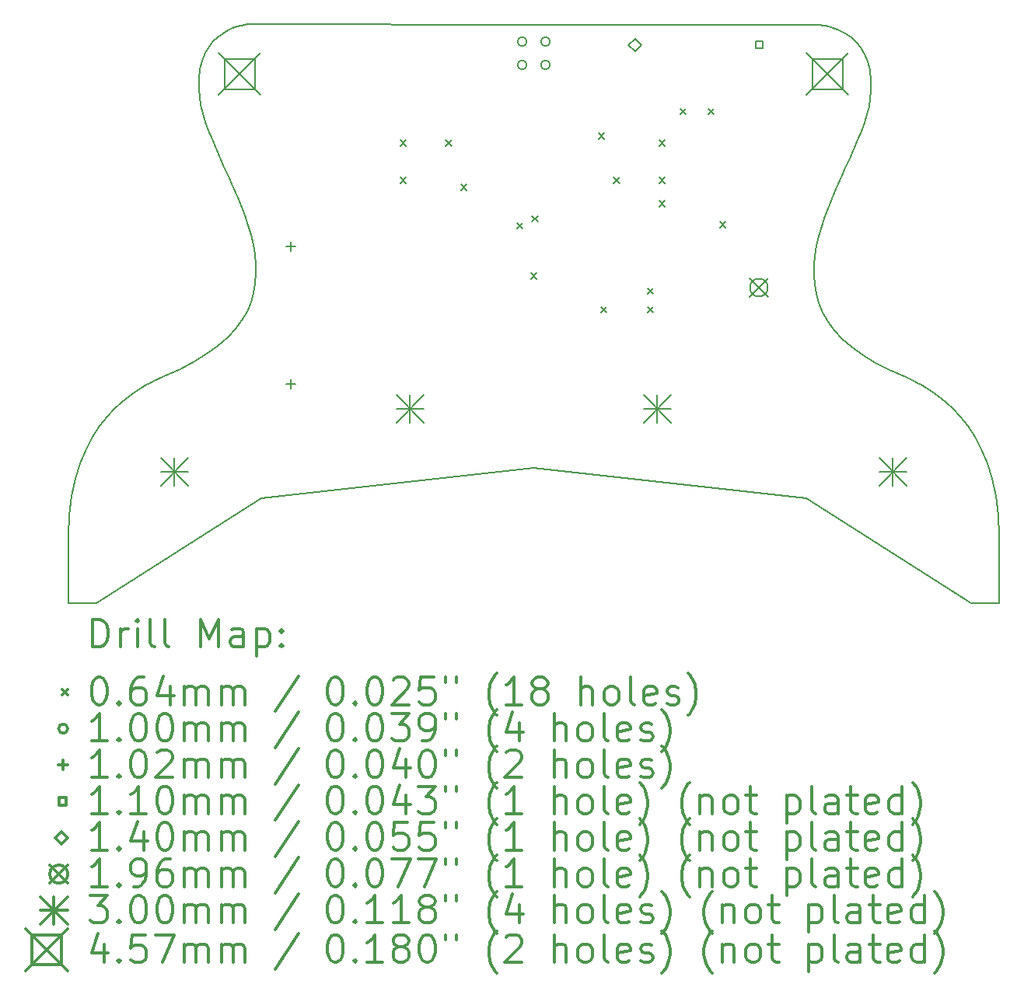
<source format=gbr>
%FSLAX45Y45*%
G04 Gerber Fmt 4.5, Leading zero omitted, Abs format (unit mm)*
G04 Created by KiCad (PCBNEW 4.0.7) date 06/20/18 18:14:53*
%MOMM*%
%LPD*%
G01*
G04 APERTURE LIST*
%ADD10C,0.127000*%
%ADD11C,0.150000*%
%ADD12C,0.200000*%
%ADD13C,0.300000*%
G04 APERTURE END LIST*
D10*
D11*
X18357503Y-3847412D02*
X18364189Y-3847939D01*
X18364189Y-3847939D02*
X18383040Y-3850124D01*
X18383040Y-3850124D02*
X18412247Y-3854872D01*
X18412247Y-3854872D02*
X18449999Y-3863088D01*
X18449999Y-3863088D02*
X18494488Y-3875676D01*
X18494488Y-3875676D02*
X18543903Y-3893541D01*
X18543903Y-3893541D02*
X18596436Y-3917588D01*
X18596436Y-3917588D02*
X18650276Y-3948722D01*
X18650276Y-3948722D02*
X18703614Y-3987847D01*
X18703614Y-3987847D02*
X18754640Y-4035869D01*
X18754640Y-4035869D02*
X18801545Y-4093691D01*
X18801545Y-4093691D02*
X18842519Y-4162220D01*
X18842519Y-4162220D02*
X18875753Y-4242360D01*
X18875753Y-4242360D02*
X18899436Y-4335015D01*
X18899436Y-4335015D02*
X18911760Y-4441090D01*
X18911760Y-4441090D02*
X18910910Y-4561491D01*
X18910910Y-4561491D02*
X18904488Y-4644146D01*
X18904488Y-4644146D02*
X18889802Y-4730030D01*
X18889802Y-4730030D02*
X18867797Y-4818917D01*
X18867797Y-4818917D02*
X18839417Y-4910581D01*
X18839417Y-4910581D02*
X18805608Y-5004792D01*
X18805608Y-5004792D02*
X18767314Y-5101326D01*
X18767314Y-5101326D02*
X18725481Y-5199954D01*
X18725481Y-5199954D02*
X18681053Y-5300450D01*
X18681053Y-5300450D02*
X18634976Y-5402587D01*
X18634976Y-5402587D02*
X18588193Y-5506137D01*
X18588193Y-5506137D02*
X18541651Y-5610875D01*
X18541651Y-5610875D02*
X18496294Y-5716572D01*
X18496294Y-5716572D02*
X18453066Y-5823001D01*
X18453066Y-5823001D02*
X18412914Y-5929937D01*
X18412914Y-5929937D02*
X18376781Y-6037151D01*
X18376781Y-6037151D02*
X18345613Y-6144417D01*
X18345613Y-6144417D02*
X18320355Y-6251508D01*
X18320355Y-6251508D02*
X18301951Y-6358197D01*
X18301951Y-6358197D02*
X18291347Y-6464257D01*
X18291347Y-6464257D02*
X18289487Y-6569460D01*
X18289487Y-6569460D02*
X18297316Y-6673580D01*
X18297316Y-6673580D02*
X18315780Y-6776390D01*
X18315780Y-6776390D02*
X18345822Y-6877662D01*
X18345822Y-6877662D02*
X18388389Y-6977171D01*
X18388389Y-6977171D02*
X18444425Y-7074688D01*
X18444425Y-7074688D02*
X18514875Y-7169987D01*
X18514875Y-7169987D02*
X18600684Y-7262841D01*
X18600684Y-7262841D02*
X18702797Y-7353023D01*
X18702797Y-7353023D02*
X18822158Y-7440305D01*
X18822158Y-7440305D02*
X18959713Y-7524462D01*
X18959713Y-7524462D02*
X19116406Y-7605265D01*
X19116406Y-7605265D02*
X19293183Y-7682488D01*
X19293183Y-7682488D02*
X19394761Y-7733761D01*
X19394761Y-7733761D02*
X19420400Y-7746353D01*
X19420400Y-7746353D02*
X19460773Y-7767151D01*
X19460773Y-7767151D02*
X19513620Y-7797030D01*
X19513620Y-7797030D02*
X19576679Y-7836864D01*
X19576679Y-7836864D02*
X19647689Y-7887531D01*
X19647689Y-7887531D02*
X19724387Y-7949905D01*
X19724387Y-7949905D02*
X19804514Y-8024863D01*
X19804514Y-8024863D02*
X19885807Y-8113278D01*
X19885807Y-8113278D02*
X19966005Y-8216028D01*
X19966005Y-8216028D02*
X20042848Y-8333988D01*
X20042848Y-8333988D02*
X20114072Y-8468033D01*
X20114072Y-8468033D02*
X20177418Y-8619038D01*
X20177418Y-8619038D02*
X20230623Y-8787880D01*
X20230623Y-8787880D02*
X20271427Y-8975434D01*
X20271427Y-8975434D02*
X20297567Y-9182576D01*
X20297567Y-9182576D02*
X20306787Y-9410180D01*
X20306787Y-9410180D02*
X20306787Y-10146788D01*
X20306787Y-10146788D02*
X20002781Y-10146788D01*
X20002781Y-10146788D02*
X18204071Y-9003775D01*
X18204071Y-9003775D02*
X15240000Y-8673572D01*
X15240000Y-8673572D02*
X12275929Y-9003775D01*
X12275929Y-9003775D02*
X10477219Y-10146788D01*
X10477219Y-10146788D02*
X10173212Y-10146788D01*
X10173212Y-10146788D02*
X10173212Y-9410180D01*
X10173212Y-9410180D02*
X10182428Y-9182575D01*
X10182428Y-9182575D02*
X10208569Y-8975434D01*
X10208569Y-8975434D02*
X10249372Y-8787880D01*
X10249372Y-8787880D02*
X10302577Y-8619038D01*
X10302577Y-8619038D02*
X10365923Y-8468033D01*
X10365923Y-8468033D02*
X10437147Y-8333988D01*
X10437147Y-8333988D02*
X10513990Y-8216028D01*
X10513990Y-8216028D02*
X10594188Y-8113278D01*
X10594188Y-8113278D02*
X10675481Y-8024862D01*
X10675481Y-8024862D02*
X10755608Y-7949905D01*
X10755608Y-7949905D02*
X10832306Y-7887531D01*
X10832306Y-7887531D02*
X10903316Y-7836864D01*
X10903316Y-7836864D02*
X10966375Y-7797029D01*
X10966375Y-7797029D02*
X11019222Y-7767151D01*
X11019222Y-7767151D02*
X11059595Y-7746353D01*
X11059595Y-7746353D02*
X11085234Y-7733761D01*
X11085234Y-7733761D02*
X11212139Y-7669955D01*
X11212139Y-7669955D02*
X11388915Y-7592747D01*
X11388915Y-7592747D02*
X11545608Y-7511958D01*
X11545608Y-7511958D02*
X11683162Y-7427815D01*
X11683162Y-7427815D02*
X11802523Y-7340545D01*
X11802523Y-7340545D02*
X11904635Y-7250375D01*
X11904635Y-7250375D02*
X11990443Y-7157532D01*
X11990443Y-7157532D02*
X12060893Y-7062243D01*
X12060893Y-7062243D02*
X12116929Y-6964734D01*
X12116929Y-6964734D02*
X12159495Y-6865235D01*
X12159495Y-6865235D02*
X12189538Y-6763970D01*
X12189538Y-6763970D02*
X12208001Y-6661167D01*
X12208001Y-6661167D02*
X12215830Y-6557053D01*
X12215830Y-6557053D02*
X12213970Y-6451856D01*
X12213970Y-6451856D02*
X12203366Y-6345802D01*
X12203366Y-6345802D02*
X12184962Y-6239118D01*
X12184962Y-6239118D02*
X12159703Y-6132031D01*
X12159703Y-6132031D02*
X12128535Y-6024769D01*
X12128535Y-6024769D02*
X12092402Y-5917557D01*
X12092402Y-5917557D02*
X12052250Y-5810625D01*
X12052250Y-5810625D02*
X12009022Y-5704197D01*
X12009022Y-5704197D02*
X11963665Y-5598502D01*
X11963665Y-5598502D02*
X11917123Y-5493767D01*
X11917123Y-5493767D02*
X11870340Y-5390218D01*
X11870340Y-5390218D02*
X11824262Y-5288082D01*
X11824262Y-5288082D02*
X11779835Y-5187587D01*
X11779835Y-5187587D02*
X11738001Y-5088959D01*
X11738001Y-5088959D02*
X11699708Y-4992426D01*
X11699708Y-4992426D02*
X11665899Y-4898215D01*
X11665899Y-4898215D02*
X11637519Y-4806552D01*
X11637519Y-4806552D02*
X11615514Y-4717665D01*
X11615514Y-4717665D02*
X11600828Y-4631780D01*
X11600828Y-4631780D02*
X11594406Y-4549125D01*
X11594406Y-4549125D02*
X11593556Y-4428725D01*
X11593556Y-4428725D02*
X11605879Y-4322649D01*
X11605879Y-4322649D02*
X11629563Y-4229994D01*
X11629563Y-4229994D02*
X11662797Y-4149855D01*
X11662797Y-4149855D02*
X11703771Y-4081326D01*
X11703771Y-4081326D02*
X11750676Y-4023503D01*
X11750676Y-4023503D02*
X11801702Y-3975481D01*
X11801702Y-3975481D02*
X11855040Y-3936356D01*
X11855040Y-3936356D02*
X11908880Y-3905222D01*
X11908880Y-3905222D02*
X11961413Y-3881175D01*
X11961413Y-3881175D02*
X12010828Y-3863310D01*
X12010828Y-3863310D02*
X12055317Y-3850722D01*
X12055317Y-3850722D02*
X12093069Y-3842507D01*
X12093069Y-3842507D02*
X12122276Y-3837759D01*
X12122276Y-3837759D02*
X12141126Y-3835574D01*
X12141126Y-3835574D02*
X12147812Y-3835046D01*
X12147812Y-3835046D02*
X15252655Y-3841229D01*
X15252655Y-3841229D02*
X18357503Y-3847412D01*
D12*
X13785850Y-5099050D02*
X13849350Y-5162550D01*
X13849350Y-5099050D02*
X13785850Y-5162550D01*
X13785850Y-5505450D02*
X13849350Y-5568950D01*
X13849350Y-5505450D02*
X13785850Y-5568950D01*
X14281150Y-5099050D02*
X14344650Y-5162550D01*
X14344650Y-5099050D02*
X14281150Y-5162550D01*
X14446250Y-5581650D02*
X14509750Y-5645150D01*
X14509750Y-5581650D02*
X14446250Y-5645150D01*
X15055850Y-6000750D02*
X15119350Y-6064250D01*
X15119350Y-6000750D02*
X15055850Y-6064250D01*
X15208250Y-6546850D02*
X15271750Y-6610350D01*
X15271750Y-6546850D02*
X15208250Y-6610350D01*
X15220950Y-5924550D02*
X15284450Y-5988050D01*
X15284450Y-5924550D02*
X15220950Y-5988050D01*
X15944850Y-5022850D02*
X16008350Y-5086350D01*
X16008350Y-5022850D02*
X15944850Y-5086350D01*
X15970250Y-6915150D02*
X16033750Y-6978650D01*
X16033750Y-6915150D02*
X15970250Y-6978650D01*
X16109950Y-5505450D02*
X16173450Y-5568950D01*
X16173450Y-5505450D02*
X16109950Y-5568950D01*
X16478250Y-6711950D02*
X16541750Y-6775450D01*
X16541750Y-6711950D02*
X16478250Y-6775450D01*
X16478250Y-6915150D02*
X16541750Y-6978650D01*
X16541750Y-6915150D02*
X16478250Y-6978650D01*
X16605250Y-5099050D02*
X16668750Y-5162550D01*
X16668750Y-5099050D02*
X16605250Y-5162550D01*
X16605250Y-5505450D02*
X16668750Y-5568950D01*
X16668750Y-5505450D02*
X16605250Y-5568950D01*
X16605250Y-5759450D02*
X16668750Y-5822950D01*
X16668750Y-5759450D02*
X16605250Y-5822950D01*
X16833850Y-4756150D02*
X16897350Y-4819650D01*
X16897350Y-4756150D02*
X16833850Y-4819650D01*
X17138650Y-4756150D02*
X17202150Y-4819650D01*
X17202150Y-4756150D02*
X17138650Y-4819650D01*
X17264450Y-5989250D02*
X17327950Y-6052750D01*
X17327950Y-5989250D02*
X17264450Y-6052750D01*
X15163000Y-4025900D02*
G75*
G03X15163000Y-4025900I-50000J0D01*
G01*
X15163000Y-4279900D02*
G75*
G03X15163000Y-4279900I-50000J0D01*
G01*
X15417000Y-4025900D02*
G75*
G03X15417000Y-4025900I-50000J0D01*
G01*
X15417000Y-4279900D02*
G75*
G03X15417000Y-4279900I-50000J0D01*
G01*
X12598400Y-6210300D02*
X12598400Y-6311900D01*
X12547600Y-6261100D02*
X12649200Y-6261100D01*
X12598400Y-7702550D02*
X12598400Y-7804150D01*
X12547600Y-7753350D02*
X12649200Y-7753350D01*
X17731891Y-4101991D02*
X17731891Y-4024209D01*
X17654109Y-4024209D01*
X17654109Y-4101991D01*
X17731891Y-4101991D01*
X16343000Y-4133100D02*
X16413000Y-4063100D01*
X16343000Y-3993100D01*
X16273000Y-4063100D01*
X16343000Y-4133100D01*
X17593310Y-6607810D02*
X17788890Y-6803390D01*
X17788890Y-6607810D02*
X17593310Y-6803390D01*
X17788890Y-6705600D02*
G75*
G03X17788890Y-6705600I-97790J0D01*
G01*
X11178400Y-8562200D02*
X11478400Y-8862200D01*
X11478400Y-8562200D02*
X11178400Y-8862200D01*
X11328400Y-8562200D02*
X11328400Y-8862200D01*
X11178400Y-8712200D02*
X11478400Y-8712200D01*
X13743800Y-7876400D02*
X14043800Y-8176400D01*
X14043800Y-7876400D02*
X13743800Y-8176400D01*
X13893800Y-7876400D02*
X13893800Y-8176400D01*
X13743800Y-8026400D02*
X14043800Y-8026400D01*
X16436200Y-7876400D02*
X16736200Y-8176400D01*
X16736200Y-7876400D02*
X16436200Y-8176400D01*
X16586200Y-7876400D02*
X16586200Y-8176400D01*
X16436200Y-8026400D02*
X16736200Y-8026400D01*
X19001600Y-8562200D02*
X19301600Y-8862200D01*
X19301600Y-8562200D02*
X19001600Y-8862200D01*
X19151600Y-8562200D02*
X19151600Y-8862200D01*
X19001600Y-8712200D02*
X19301600Y-8712200D01*
X11811000Y-4152900D02*
X12268200Y-4610100D01*
X12268200Y-4152900D02*
X11811000Y-4610100D01*
X12201246Y-4543146D02*
X12201246Y-4219854D01*
X11877954Y-4219854D01*
X11877954Y-4543146D01*
X12201246Y-4543146D01*
X18211800Y-4152900D02*
X18669000Y-4610100D01*
X18669000Y-4152900D02*
X18211800Y-4610100D01*
X18602046Y-4543146D02*
X18602046Y-4219854D01*
X18278754Y-4219854D01*
X18278754Y-4543146D01*
X18602046Y-4543146D01*
D13*
X10437141Y-10620003D02*
X10437141Y-10320003D01*
X10508569Y-10320003D01*
X10551426Y-10334288D01*
X10579998Y-10362860D01*
X10594283Y-10391431D01*
X10608569Y-10448574D01*
X10608569Y-10491431D01*
X10594283Y-10548574D01*
X10579998Y-10577146D01*
X10551426Y-10605717D01*
X10508569Y-10620003D01*
X10437141Y-10620003D01*
X10737141Y-10620003D02*
X10737141Y-10420003D01*
X10737141Y-10477146D02*
X10751426Y-10448574D01*
X10765712Y-10434288D01*
X10794283Y-10420003D01*
X10822855Y-10420003D01*
X10922855Y-10620003D02*
X10922855Y-10420003D01*
X10922855Y-10320003D02*
X10908569Y-10334288D01*
X10922855Y-10348574D01*
X10937141Y-10334288D01*
X10922855Y-10320003D01*
X10922855Y-10348574D01*
X11108569Y-10620003D02*
X11079998Y-10605717D01*
X11065712Y-10577146D01*
X11065712Y-10320003D01*
X11265712Y-10620003D02*
X11237140Y-10605717D01*
X11222855Y-10577146D01*
X11222855Y-10320003D01*
X11608569Y-10620003D02*
X11608569Y-10320003D01*
X11708569Y-10534288D01*
X11808569Y-10320003D01*
X11808569Y-10620003D01*
X12079998Y-10620003D02*
X12079998Y-10462860D01*
X12065712Y-10434288D01*
X12037140Y-10420003D01*
X11979998Y-10420003D01*
X11951426Y-10434288D01*
X12079998Y-10605717D02*
X12051426Y-10620003D01*
X11979998Y-10620003D01*
X11951426Y-10605717D01*
X11937140Y-10577146D01*
X11937140Y-10548574D01*
X11951426Y-10520003D01*
X11979998Y-10505717D01*
X12051426Y-10505717D01*
X12079998Y-10491431D01*
X12222855Y-10420003D02*
X12222855Y-10720003D01*
X12222855Y-10434288D02*
X12251426Y-10420003D01*
X12308569Y-10420003D01*
X12337140Y-10434288D01*
X12351426Y-10448574D01*
X12365712Y-10477146D01*
X12365712Y-10562860D01*
X12351426Y-10591431D01*
X12337140Y-10605717D01*
X12308569Y-10620003D01*
X12251426Y-10620003D01*
X12222855Y-10605717D01*
X12494283Y-10591431D02*
X12508569Y-10605717D01*
X12494283Y-10620003D01*
X12479998Y-10605717D01*
X12494283Y-10591431D01*
X12494283Y-10620003D01*
X12494283Y-10434288D02*
X12508569Y-10448574D01*
X12494283Y-10462860D01*
X12479998Y-10448574D01*
X12494283Y-10434288D01*
X12494283Y-10462860D01*
X10102212Y-11082538D02*
X10165712Y-11146038D01*
X10165712Y-11082538D02*
X10102212Y-11146038D01*
X10494283Y-10950003D02*
X10522855Y-10950003D01*
X10551426Y-10964288D01*
X10565712Y-10978574D01*
X10579998Y-11007146D01*
X10594283Y-11064288D01*
X10594283Y-11135717D01*
X10579998Y-11192860D01*
X10565712Y-11221431D01*
X10551426Y-11235717D01*
X10522855Y-11250003D01*
X10494283Y-11250003D01*
X10465712Y-11235717D01*
X10451426Y-11221431D01*
X10437141Y-11192860D01*
X10422855Y-11135717D01*
X10422855Y-11064288D01*
X10437141Y-11007146D01*
X10451426Y-10978574D01*
X10465712Y-10964288D01*
X10494283Y-10950003D01*
X10722855Y-11221431D02*
X10737141Y-11235717D01*
X10722855Y-11250003D01*
X10708569Y-11235717D01*
X10722855Y-11221431D01*
X10722855Y-11250003D01*
X10994283Y-10950003D02*
X10937140Y-10950003D01*
X10908569Y-10964288D01*
X10894283Y-10978574D01*
X10865712Y-11021431D01*
X10851426Y-11078574D01*
X10851426Y-11192860D01*
X10865712Y-11221431D01*
X10879998Y-11235717D01*
X10908569Y-11250003D01*
X10965712Y-11250003D01*
X10994283Y-11235717D01*
X11008569Y-11221431D01*
X11022855Y-11192860D01*
X11022855Y-11121431D01*
X11008569Y-11092860D01*
X10994283Y-11078574D01*
X10965712Y-11064288D01*
X10908569Y-11064288D01*
X10879998Y-11078574D01*
X10865712Y-11092860D01*
X10851426Y-11121431D01*
X11279998Y-11050003D02*
X11279998Y-11250003D01*
X11208569Y-10935717D02*
X11137141Y-11150003D01*
X11322855Y-11150003D01*
X11437140Y-11250003D02*
X11437140Y-11050003D01*
X11437140Y-11078574D02*
X11451426Y-11064288D01*
X11479998Y-11050003D01*
X11522855Y-11050003D01*
X11551426Y-11064288D01*
X11565712Y-11092860D01*
X11565712Y-11250003D01*
X11565712Y-11092860D02*
X11579998Y-11064288D01*
X11608569Y-11050003D01*
X11651426Y-11050003D01*
X11679998Y-11064288D01*
X11694283Y-11092860D01*
X11694283Y-11250003D01*
X11837140Y-11250003D02*
X11837140Y-11050003D01*
X11837140Y-11078574D02*
X11851426Y-11064288D01*
X11879998Y-11050003D01*
X11922855Y-11050003D01*
X11951426Y-11064288D01*
X11965712Y-11092860D01*
X11965712Y-11250003D01*
X11965712Y-11092860D02*
X11979998Y-11064288D01*
X12008569Y-11050003D01*
X12051426Y-11050003D01*
X12079998Y-11064288D01*
X12094283Y-11092860D01*
X12094283Y-11250003D01*
X12679998Y-10935717D02*
X12422855Y-11321431D01*
X13065712Y-10950003D02*
X13094283Y-10950003D01*
X13122855Y-10964288D01*
X13137140Y-10978574D01*
X13151426Y-11007146D01*
X13165712Y-11064288D01*
X13165712Y-11135717D01*
X13151426Y-11192860D01*
X13137140Y-11221431D01*
X13122855Y-11235717D01*
X13094283Y-11250003D01*
X13065712Y-11250003D01*
X13037140Y-11235717D01*
X13022855Y-11221431D01*
X13008569Y-11192860D01*
X12994283Y-11135717D01*
X12994283Y-11064288D01*
X13008569Y-11007146D01*
X13022855Y-10978574D01*
X13037140Y-10964288D01*
X13065712Y-10950003D01*
X13294283Y-11221431D02*
X13308569Y-11235717D01*
X13294283Y-11250003D01*
X13279998Y-11235717D01*
X13294283Y-11221431D01*
X13294283Y-11250003D01*
X13494283Y-10950003D02*
X13522855Y-10950003D01*
X13551426Y-10964288D01*
X13565712Y-10978574D01*
X13579997Y-11007146D01*
X13594283Y-11064288D01*
X13594283Y-11135717D01*
X13579997Y-11192860D01*
X13565712Y-11221431D01*
X13551426Y-11235717D01*
X13522855Y-11250003D01*
X13494283Y-11250003D01*
X13465712Y-11235717D01*
X13451426Y-11221431D01*
X13437140Y-11192860D01*
X13422855Y-11135717D01*
X13422855Y-11064288D01*
X13437140Y-11007146D01*
X13451426Y-10978574D01*
X13465712Y-10964288D01*
X13494283Y-10950003D01*
X13708569Y-10978574D02*
X13722855Y-10964288D01*
X13751426Y-10950003D01*
X13822855Y-10950003D01*
X13851426Y-10964288D01*
X13865712Y-10978574D01*
X13879997Y-11007146D01*
X13879997Y-11035717D01*
X13865712Y-11078574D01*
X13694283Y-11250003D01*
X13879997Y-11250003D01*
X14151426Y-10950003D02*
X14008569Y-10950003D01*
X13994283Y-11092860D01*
X14008569Y-11078574D01*
X14037140Y-11064288D01*
X14108569Y-11064288D01*
X14137140Y-11078574D01*
X14151426Y-11092860D01*
X14165712Y-11121431D01*
X14165712Y-11192860D01*
X14151426Y-11221431D01*
X14137140Y-11235717D01*
X14108569Y-11250003D01*
X14037140Y-11250003D01*
X14008569Y-11235717D01*
X13994283Y-11221431D01*
X14279998Y-10950003D02*
X14279998Y-11007146D01*
X14394283Y-10950003D02*
X14394283Y-11007146D01*
X14837140Y-11364288D02*
X14822855Y-11350003D01*
X14794283Y-11307145D01*
X14779997Y-11278574D01*
X14765712Y-11235717D01*
X14751426Y-11164288D01*
X14751426Y-11107146D01*
X14765712Y-11035717D01*
X14779997Y-10992860D01*
X14794283Y-10964288D01*
X14822855Y-10921431D01*
X14837140Y-10907146D01*
X15108569Y-11250003D02*
X14937140Y-11250003D01*
X15022855Y-11250003D02*
X15022855Y-10950003D01*
X14994283Y-10992860D01*
X14965712Y-11021431D01*
X14937140Y-11035717D01*
X15279997Y-11078574D02*
X15251426Y-11064288D01*
X15237140Y-11050003D01*
X15222855Y-11021431D01*
X15222855Y-11007146D01*
X15237140Y-10978574D01*
X15251426Y-10964288D01*
X15279997Y-10950003D01*
X15337140Y-10950003D01*
X15365712Y-10964288D01*
X15379997Y-10978574D01*
X15394283Y-11007146D01*
X15394283Y-11021431D01*
X15379997Y-11050003D01*
X15365712Y-11064288D01*
X15337140Y-11078574D01*
X15279997Y-11078574D01*
X15251426Y-11092860D01*
X15237140Y-11107146D01*
X15222855Y-11135717D01*
X15222855Y-11192860D01*
X15237140Y-11221431D01*
X15251426Y-11235717D01*
X15279997Y-11250003D01*
X15337140Y-11250003D01*
X15365712Y-11235717D01*
X15379997Y-11221431D01*
X15394283Y-11192860D01*
X15394283Y-11135717D01*
X15379997Y-11107146D01*
X15365712Y-11092860D01*
X15337140Y-11078574D01*
X15751426Y-11250003D02*
X15751426Y-10950003D01*
X15879997Y-11250003D02*
X15879997Y-11092860D01*
X15865712Y-11064288D01*
X15837140Y-11050003D01*
X15794283Y-11050003D01*
X15765712Y-11064288D01*
X15751426Y-11078574D01*
X16065712Y-11250003D02*
X16037140Y-11235717D01*
X16022855Y-11221431D01*
X16008569Y-11192860D01*
X16008569Y-11107146D01*
X16022855Y-11078574D01*
X16037140Y-11064288D01*
X16065712Y-11050003D01*
X16108569Y-11050003D01*
X16137140Y-11064288D01*
X16151426Y-11078574D01*
X16165712Y-11107146D01*
X16165712Y-11192860D01*
X16151426Y-11221431D01*
X16137140Y-11235717D01*
X16108569Y-11250003D01*
X16065712Y-11250003D01*
X16337140Y-11250003D02*
X16308569Y-11235717D01*
X16294283Y-11207145D01*
X16294283Y-10950003D01*
X16565712Y-11235717D02*
X16537140Y-11250003D01*
X16479998Y-11250003D01*
X16451426Y-11235717D01*
X16437140Y-11207145D01*
X16437140Y-11092860D01*
X16451426Y-11064288D01*
X16479998Y-11050003D01*
X16537140Y-11050003D01*
X16565712Y-11064288D01*
X16579998Y-11092860D01*
X16579998Y-11121431D01*
X16437140Y-11150003D01*
X16694283Y-11235717D02*
X16722855Y-11250003D01*
X16779998Y-11250003D01*
X16808569Y-11235717D01*
X16822855Y-11207145D01*
X16822855Y-11192860D01*
X16808569Y-11164288D01*
X16779998Y-11150003D01*
X16737140Y-11150003D01*
X16708569Y-11135717D01*
X16694283Y-11107146D01*
X16694283Y-11092860D01*
X16708569Y-11064288D01*
X16737140Y-11050003D01*
X16779998Y-11050003D01*
X16808569Y-11064288D01*
X16922855Y-11364288D02*
X16937141Y-11350003D01*
X16965712Y-11307145D01*
X16979998Y-11278574D01*
X16994283Y-11235717D01*
X17008569Y-11164288D01*
X17008569Y-11107146D01*
X16994283Y-11035717D01*
X16979998Y-10992860D01*
X16965712Y-10964288D01*
X16937141Y-10921431D01*
X16922855Y-10907146D01*
X10165712Y-11510288D02*
G75*
G03X10165712Y-11510288I-50000J0D01*
G01*
X10594283Y-11646003D02*
X10422855Y-11646003D01*
X10508569Y-11646003D02*
X10508569Y-11346003D01*
X10479998Y-11388860D01*
X10451426Y-11417431D01*
X10422855Y-11431717D01*
X10722855Y-11617431D02*
X10737141Y-11631717D01*
X10722855Y-11646003D01*
X10708569Y-11631717D01*
X10722855Y-11617431D01*
X10722855Y-11646003D01*
X10922855Y-11346003D02*
X10951426Y-11346003D01*
X10979998Y-11360288D01*
X10994283Y-11374574D01*
X11008569Y-11403145D01*
X11022855Y-11460288D01*
X11022855Y-11531717D01*
X11008569Y-11588860D01*
X10994283Y-11617431D01*
X10979998Y-11631717D01*
X10951426Y-11646003D01*
X10922855Y-11646003D01*
X10894283Y-11631717D01*
X10879998Y-11617431D01*
X10865712Y-11588860D01*
X10851426Y-11531717D01*
X10851426Y-11460288D01*
X10865712Y-11403145D01*
X10879998Y-11374574D01*
X10894283Y-11360288D01*
X10922855Y-11346003D01*
X11208569Y-11346003D02*
X11237140Y-11346003D01*
X11265712Y-11360288D01*
X11279998Y-11374574D01*
X11294283Y-11403145D01*
X11308569Y-11460288D01*
X11308569Y-11531717D01*
X11294283Y-11588860D01*
X11279998Y-11617431D01*
X11265712Y-11631717D01*
X11237140Y-11646003D01*
X11208569Y-11646003D01*
X11179998Y-11631717D01*
X11165712Y-11617431D01*
X11151426Y-11588860D01*
X11137141Y-11531717D01*
X11137141Y-11460288D01*
X11151426Y-11403145D01*
X11165712Y-11374574D01*
X11179998Y-11360288D01*
X11208569Y-11346003D01*
X11437140Y-11646003D02*
X11437140Y-11446003D01*
X11437140Y-11474574D02*
X11451426Y-11460288D01*
X11479998Y-11446003D01*
X11522855Y-11446003D01*
X11551426Y-11460288D01*
X11565712Y-11488860D01*
X11565712Y-11646003D01*
X11565712Y-11488860D02*
X11579998Y-11460288D01*
X11608569Y-11446003D01*
X11651426Y-11446003D01*
X11679998Y-11460288D01*
X11694283Y-11488860D01*
X11694283Y-11646003D01*
X11837140Y-11646003D02*
X11837140Y-11446003D01*
X11837140Y-11474574D02*
X11851426Y-11460288D01*
X11879998Y-11446003D01*
X11922855Y-11446003D01*
X11951426Y-11460288D01*
X11965712Y-11488860D01*
X11965712Y-11646003D01*
X11965712Y-11488860D02*
X11979998Y-11460288D01*
X12008569Y-11446003D01*
X12051426Y-11446003D01*
X12079998Y-11460288D01*
X12094283Y-11488860D01*
X12094283Y-11646003D01*
X12679998Y-11331717D02*
X12422855Y-11717431D01*
X13065712Y-11346003D02*
X13094283Y-11346003D01*
X13122855Y-11360288D01*
X13137140Y-11374574D01*
X13151426Y-11403145D01*
X13165712Y-11460288D01*
X13165712Y-11531717D01*
X13151426Y-11588860D01*
X13137140Y-11617431D01*
X13122855Y-11631717D01*
X13094283Y-11646003D01*
X13065712Y-11646003D01*
X13037140Y-11631717D01*
X13022855Y-11617431D01*
X13008569Y-11588860D01*
X12994283Y-11531717D01*
X12994283Y-11460288D01*
X13008569Y-11403145D01*
X13022855Y-11374574D01*
X13037140Y-11360288D01*
X13065712Y-11346003D01*
X13294283Y-11617431D02*
X13308569Y-11631717D01*
X13294283Y-11646003D01*
X13279998Y-11631717D01*
X13294283Y-11617431D01*
X13294283Y-11646003D01*
X13494283Y-11346003D02*
X13522855Y-11346003D01*
X13551426Y-11360288D01*
X13565712Y-11374574D01*
X13579997Y-11403145D01*
X13594283Y-11460288D01*
X13594283Y-11531717D01*
X13579997Y-11588860D01*
X13565712Y-11617431D01*
X13551426Y-11631717D01*
X13522855Y-11646003D01*
X13494283Y-11646003D01*
X13465712Y-11631717D01*
X13451426Y-11617431D01*
X13437140Y-11588860D01*
X13422855Y-11531717D01*
X13422855Y-11460288D01*
X13437140Y-11403145D01*
X13451426Y-11374574D01*
X13465712Y-11360288D01*
X13494283Y-11346003D01*
X13694283Y-11346003D02*
X13879997Y-11346003D01*
X13779997Y-11460288D01*
X13822855Y-11460288D01*
X13851426Y-11474574D01*
X13865712Y-11488860D01*
X13879997Y-11517431D01*
X13879997Y-11588860D01*
X13865712Y-11617431D01*
X13851426Y-11631717D01*
X13822855Y-11646003D01*
X13737140Y-11646003D01*
X13708569Y-11631717D01*
X13694283Y-11617431D01*
X14022855Y-11646003D02*
X14079997Y-11646003D01*
X14108569Y-11631717D01*
X14122855Y-11617431D01*
X14151426Y-11574574D01*
X14165712Y-11517431D01*
X14165712Y-11403145D01*
X14151426Y-11374574D01*
X14137140Y-11360288D01*
X14108569Y-11346003D01*
X14051426Y-11346003D01*
X14022855Y-11360288D01*
X14008569Y-11374574D01*
X13994283Y-11403145D01*
X13994283Y-11474574D01*
X14008569Y-11503145D01*
X14022855Y-11517431D01*
X14051426Y-11531717D01*
X14108569Y-11531717D01*
X14137140Y-11517431D01*
X14151426Y-11503145D01*
X14165712Y-11474574D01*
X14279998Y-11346003D02*
X14279998Y-11403145D01*
X14394283Y-11346003D02*
X14394283Y-11403145D01*
X14837140Y-11760288D02*
X14822855Y-11746003D01*
X14794283Y-11703145D01*
X14779997Y-11674574D01*
X14765712Y-11631717D01*
X14751426Y-11560288D01*
X14751426Y-11503145D01*
X14765712Y-11431717D01*
X14779997Y-11388860D01*
X14794283Y-11360288D01*
X14822855Y-11317431D01*
X14837140Y-11303145D01*
X15079997Y-11446003D02*
X15079997Y-11646003D01*
X15008569Y-11331717D02*
X14937140Y-11546003D01*
X15122855Y-11546003D01*
X15465712Y-11646003D02*
X15465712Y-11346003D01*
X15594283Y-11646003D02*
X15594283Y-11488860D01*
X15579997Y-11460288D01*
X15551426Y-11446003D01*
X15508569Y-11446003D01*
X15479997Y-11460288D01*
X15465712Y-11474574D01*
X15779997Y-11646003D02*
X15751426Y-11631717D01*
X15737140Y-11617431D01*
X15722855Y-11588860D01*
X15722855Y-11503145D01*
X15737140Y-11474574D01*
X15751426Y-11460288D01*
X15779997Y-11446003D01*
X15822855Y-11446003D01*
X15851426Y-11460288D01*
X15865712Y-11474574D01*
X15879997Y-11503145D01*
X15879997Y-11588860D01*
X15865712Y-11617431D01*
X15851426Y-11631717D01*
X15822855Y-11646003D01*
X15779997Y-11646003D01*
X16051426Y-11646003D02*
X16022855Y-11631717D01*
X16008569Y-11603145D01*
X16008569Y-11346003D01*
X16279998Y-11631717D02*
X16251426Y-11646003D01*
X16194283Y-11646003D01*
X16165712Y-11631717D01*
X16151426Y-11603145D01*
X16151426Y-11488860D01*
X16165712Y-11460288D01*
X16194283Y-11446003D01*
X16251426Y-11446003D01*
X16279998Y-11460288D01*
X16294283Y-11488860D01*
X16294283Y-11517431D01*
X16151426Y-11546003D01*
X16408569Y-11631717D02*
X16437140Y-11646003D01*
X16494283Y-11646003D01*
X16522855Y-11631717D01*
X16537140Y-11603145D01*
X16537140Y-11588860D01*
X16522855Y-11560288D01*
X16494283Y-11546003D01*
X16451426Y-11546003D01*
X16422855Y-11531717D01*
X16408569Y-11503145D01*
X16408569Y-11488860D01*
X16422855Y-11460288D01*
X16451426Y-11446003D01*
X16494283Y-11446003D01*
X16522855Y-11460288D01*
X16637140Y-11760288D02*
X16651426Y-11746003D01*
X16679998Y-11703145D01*
X16694283Y-11674574D01*
X16708569Y-11631717D01*
X16722855Y-11560288D01*
X16722855Y-11503145D01*
X16708569Y-11431717D01*
X16694283Y-11388860D01*
X16679998Y-11360288D01*
X16651426Y-11317431D01*
X16637140Y-11303145D01*
X10114912Y-11855488D02*
X10114912Y-11957088D01*
X10064112Y-11906288D02*
X10165712Y-11906288D01*
X10594283Y-12042003D02*
X10422855Y-12042003D01*
X10508569Y-12042003D02*
X10508569Y-11742003D01*
X10479998Y-11784860D01*
X10451426Y-11813431D01*
X10422855Y-11827717D01*
X10722855Y-12013431D02*
X10737141Y-12027717D01*
X10722855Y-12042003D01*
X10708569Y-12027717D01*
X10722855Y-12013431D01*
X10722855Y-12042003D01*
X10922855Y-11742003D02*
X10951426Y-11742003D01*
X10979998Y-11756288D01*
X10994283Y-11770574D01*
X11008569Y-11799145D01*
X11022855Y-11856288D01*
X11022855Y-11927717D01*
X11008569Y-11984860D01*
X10994283Y-12013431D01*
X10979998Y-12027717D01*
X10951426Y-12042003D01*
X10922855Y-12042003D01*
X10894283Y-12027717D01*
X10879998Y-12013431D01*
X10865712Y-11984860D01*
X10851426Y-11927717D01*
X10851426Y-11856288D01*
X10865712Y-11799145D01*
X10879998Y-11770574D01*
X10894283Y-11756288D01*
X10922855Y-11742003D01*
X11137141Y-11770574D02*
X11151426Y-11756288D01*
X11179998Y-11742003D01*
X11251426Y-11742003D01*
X11279998Y-11756288D01*
X11294283Y-11770574D01*
X11308569Y-11799145D01*
X11308569Y-11827717D01*
X11294283Y-11870574D01*
X11122855Y-12042003D01*
X11308569Y-12042003D01*
X11437140Y-12042003D02*
X11437140Y-11842003D01*
X11437140Y-11870574D02*
X11451426Y-11856288D01*
X11479998Y-11842003D01*
X11522855Y-11842003D01*
X11551426Y-11856288D01*
X11565712Y-11884860D01*
X11565712Y-12042003D01*
X11565712Y-11884860D02*
X11579998Y-11856288D01*
X11608569Y-11842003D01*
X11651426Y-11842003D01*
X11679998Y-11856288D01*
X11694283Y-11884860D01*
X11694283Y-12042003D01*
X11837140Y-12042003D02*
X11837140Y-11842003D01*
X11837140Y-11870574D02*
X11851426Y-11856288D01*
X11879998Y-11842003D01*
X11922855Y-11842003D01*
X11951426Y-11856288D01*
X11965712Y-11884860D01*
X11965712Y-12042003D01*
X11965712Y-11884860D02*
X11979998Y-11856288D01*
X12008569Y-11842003D01*
X12051426Y-11842003D01*
X12079998Y-11856288D01*
X12094283Y-11884860D01*
X12094283Y-12042003D01*
X12679998Y-11727717D02*
X12422855Y-12113431D01*
X13065712Y-11742003D02*
X13094283Y-11742003D01*
X13122855Y-11756288D01*
X13137140Y-11770574D01*
X13151426Y-11799145D01*
X13165712Y-11856288D01*
X13165712Y-11927717D01*
X13151426Y-11984860D01*
X13137140Y-12013431D01*
X13122855Y-12027717D01*
X13094283Y-12042003D01*
X13065712Y-12042003D01*
X13037140Y-12027717D01*
X13022855Y-12013431D01*
X13008569Y-11984860D01*
X12994283Y-11927717D01*
X12994283Y-11856288D01*
X13008569Y-11799145D01*
X13022855Y-11770574D01*
X13037140Y-11756288D01*
X13065712Y-11742003D01*
X13294283Y-12013431D02*
X13308569Y-12027717D01*
X13294283Y-12042003D01*
X13279998Y-12027717D01*
X13294283Y-12013431D01*
X13294283Y-12042003D01*
X13494283Y-11742003D02*
X13522855Y-11742003D01*
X13551426Y-11756288D01*
X13565712Y-11770574D01*
X13579997Y-11799145D01*
X13594283Y-11856288D01*
X13594283Y-11927717D01*
X13579997Y-11984860D01*
X13565712Y-12013431D01*
X13551426Y-12027717D01*
X13522855Y-12042003D01*
X13494283Y-12042003D01*
X13465712Y-12027717D01*
X13451426Y-12013431D01*
X13437140Y-11984860D01*
X13422855Y-11927717D01*
X13422855Y-11856288D01*
X13437140Y-11799145D01*
X13451426Y-11770574D01*
X13465712Y-11756288D01*
X13494283Y-11742003D01*
X13851426Y-11842003D02*
X13851426Y-12042003D01*
X13779997Y-11727717D02*
X13708569Y-11942003D01*
X13894283Y-11942003D01*
X14065712Y-11742003D02*
X14094283Y-11742003D01*
X14122855Y-11756288D01*
X14137140Y-11770574D01*
X14151426Y-11799145D01*
X14165712Y-11856288D01*
X14165712Y-11927717D01*
X14151426Y-11984860D01*
X14137140Y-12013431D01*
X14122855Y-12027717D01*
X14094283Y-12042003D01*
X14065712Y-12042003D01*
X14037140Y-12027717D01*
X14022855Y-12013431D01*
X14008569Y-11984860D01*
X13994283Y-11927717D01*
X13994283Y-11856288D01*
X14008569Y-11799145D01*
X14022855Y-11770574D01*
X14037140Y-11756288D01*
X14065712Y-11742003D01*
X14279998Y-11742003D02*
X14279998Y-11799145D01*
X14394283Y-11742003D02*
X14394283Y-11799145D01*
X14837140Y-12156288D02*
X14822855Y-12142003D01*
X14794283Y-12099145D01*
X14779997Y-12070574D01*
X14765712Y-12027717D01*
X14751426Y-11956288D01*
X14751426Y-11899145D01*
X14765712Y-11827717D01*
X14779997Y-11784860D01*
X14794283Y-11756288D01*
X14822855Y-11713431D01*
X14837140Y-11699145D01*
X14937140Y-11770574D02*
X14951426Y-11756288D01*
X14979997Y-11742003D01*
X15051426Y-11742003D01*
X15079997Y-11756288D01*
X15094283Y-11770574D01*
X15108569Y-11799145D01*
X15108569Y-11827717D01*
X15094283Y-11870574D01*
X14922855Y-12042003D01*
X15108569Y-12042003D01*
X15465712Y-12042003D02*
X15465712Y-11742003D01*
X15594283Y-12042003D02*
X15594283Y-11884860D01*
X15579997Y-11856288D01*
X15551426Y-11842003D01*
X15508569Y-11842003D01*
X15479997Y-11856288D01*
X15465712Y-11870574D01*
X15779997Y-12042003D02*
X15751426Y-12027717D01*
X15737140Y-12013431D01*
X15722855Y-11984860D01*
X15722855Y-11899145D01*
X15737140Y-11870574D01*
X15751426Y-11856288D01*
X15779997Y-11842003D01*
X15822855Y-11842003D01*
X15851426Y-11856288D01*
X15865712Y-11870574D01*
X15879997Y-11899145D01*
X15879997Y-11984860D01*
X15865712Y-12013431D01*
X15851426Y-12027717D01*
X15822855Y-12042003D01*
X15779997Y-12042003D01*
X16051426Y-12042003D02*
X16022855Y-12027717D01*
X16008569Y-11999145D01*
X16008569Y-11742003D01*
X16279998Y-12027717D02*
X16251426Y-12042003D01*
X16194283Y-12042003D01*
X16165712Y-12027717D01*
X16151426Y-11999145D01*
X16151426Y-11884860D01*
X16165712Y-11856288D01*
X16194283Y-11842003D01*
X16251426Y-11842003D01*
X16279998Y-11856288D01*
X16294283Y-11884860D01*
X16294283Y-11913431D01*
X16151426Y-11942003D01*
X16408569Y-12027717D02*
X16437140Y-12042003D01*
X16494283Y-12042003D01*
X16522855Y-12027717D01*
X16537140Y-11999145D01*
X16537140Y-11984860D01*
X16522855Y-11956288D01*
X16494283Y-11942003D01*
X16451426Y-11942003D01*
X16422855Y-11927717D01*
X16408569Y-11899145D01*
X16408569Y-11884860D01*
X16422855Y-11856288D01*
X16451426Y-11842003D01*
X16494283Y-11842003D01*
X16522855Y-11856288D01*
X16637140Y-12156288D02*
X16651426Y-12142003D01*
X16679998Y-12099145D01*
X16694283Y-12070574D01*
X16708569Y-12027717D01*
X16722855Y-11956288D01*
X16722855Y-11899145D01*
X16708569Y-11827717D01*
X16694283Y-11784860D01*
X16679998Y-11756288D01*
X16651426Y-11713431D01*
X16637140Y-11699145D01*
X10149603Y-12341180D02*
X10149603Y-12263397D01*
X10071821Y-12263397D01*
X10071821Y-12341180D01*
X10149603Y-12341180D01*
X10594283Y-12438003D02*
X10422855Y-12438003D01*
X10508569Y-12438003D02*
X10508569Y-12138003D01*
X10479998Y-12180860D01*
X10451426Y-12209431D01*
X10422855Y-12223717D01*
X10722855Y-12409431D02*
X10737141Y-12423717D01*
X10722855Y-12438003D01*
X10708569Y-12423717D01*
X10722855Y-12409431D01*
X10722855Y-12438003D01*
X11022855Y-12438003D02*
X10851426Y-12438003D01*
X10937140Y-12438003D02*
X10937140Y-12138003D01*
X10908569Y-12180860D01*
X10879998Y-12209431D01*
X10851426Y-12223717D01*
X11208569Y-12138003D02*
X11237140Y-12138003D01*
X11265712Y-12152288D01*
X11279998Y-12166574D01*
X11294283Y-12195145D01*
X11308569Y-12252288D01*
X11308569Y-12323717D01*
X11294283Y-12380860D01*
X11279998Y-12409431D01*
X11265712Y-12423717D01*
X11237140Y-12438003D01*
X11208569Y-12438003D01*
X11179998Y-12423717D01*
X11165712Y-12409431D01*
X11151426Y-12380860D01*
X11137141Y-12323717D01*
X11137141Y-12252288D01*
X11151426Y-12195145D01*
X11165712Y-12166574D01*
X11179998Y-12152288D01*
X11208569Y-12138003D01*
X11437140Y-12438003D02*
X11437140Y-12238003D01*
X11437140Y-12266574D02*
X11451426Y-12252288D01*
X11479998Y-12238003D01*
X11522855Y-12238003D01*
X11551426Y-12252288D01*
X11565712Y-12280860D01*
X11565712Y-12438003D01*
X11565712Y-12280860D02*
X11579998Y-12252288D01*
X11608569Y-12238003D01*
X11651426Y-12238003D01*
X11679998Y-12252288D01*
X11694283Y-12280860D01*
X11694283Y-12438003D01*
X11837140Y-12438003D02*
X11837140Y-12238003D01*
X11837140Y-12266574D02*
X11851426Y-12252288D01*
X11879998Y-12238003D01*
X11922855Y-12238003D01*
X11951426Y-12252288D01*
X11965712Y-12280860D01*
X11965712Y-12438003D01*
X11965712Y-12280860D02*
X11979998Y-12252288D01*
X12008569Y-12238003D01*
X12051426Y-12238003D01*
X12079998Y-12252288D01*
X12094283Y-12280860D01*
X12094283Y-12438003D01*
X12679998Y-12123717D02*
X12422855Y-12509431D01*
X13065712Y-12138003D02*
X13094283Y-12138003D01*
X13122855Y-12152288D01*
X13137140Y-12166574D01*
X13151426Y-12195145D01*
X13165712Y-12252288D01*
X13165712Y-12323717D01*
X13151426Y-12380860D01*
X13137140Y-12409431D01*
X13122855Y-12423717D01*
X13094283Y-12438003D01*
X13065712Y-12438003D01*
X13037140Y-12423717D01*
X13022855Y-12409431D01*
X13008569Y-12380860D01*
X12994283Y-12323717D01*
X12994283Y-12252288D01*
X13008569Y-12195145D01*
X13022855Y-12166574D01*
X13037140Y-12152288D01*
X13065712Y-12138003D01*
X13294283Y-12409431D02*
X13308569Y-12423717D01*
X13294283Y-12438003D01*
X13279998Y-12423717D01*
X13294283Y-12409431D01*
X13294283Y-12438003D01*
X13494283Y-12138003D02*
X13522855Y-12138003D01*
X13551426Y-12152288D01*
X13565712Y-12166574D01*
X13579997Y-12195145D01*
X13594283Y-12252288D01*
X13594283Y-12323717D01*
X13579997Y-12380860D01*
X13565712Y-12409431D01*
X13551426Y-12423717D01*
X13522855Y-12438003D01*
X13494283Y-12438003D01*
X13465712Y-12423717D01*
X13451426Y-12409431D01*
X13437140Y-12380860D01*
X13422855Y-12323717D01*
X13422855Y-12252288D01*
X13437140Y-12195145D01*
X13451426Y-12166574D01*
X13465712Y-12152288D01*
X13494283Y-12138003D01*
X13851426Y-12238003D02*
X13851426Y-12438003D01*
X13779997Y-12123717D02*
X13708569Y-12338003D01*
X13894283Y-12338003D01*
X13979997Y-12138003D02*
X14165712Y-12138003D01*
X14065712Y-12252288D01*
X14108569Y-12252288D01*
X14137140Y-12266574D01*
X14151426Y-12280860D01*
X14165712Y-12309431D01*
X14165712Y-12380860D01*
X14151426Y-12409431D01*
X14137140Y-12423717D01*
X14108569Y-12438003D01*
X14022855Y-12438003D01*
X13994283Y-12423717D01*
X13979997Y-12409431D01*
X14279998Y-12138003D02*
X14279998Y-12195145D01*
X14394283Y-12138003D02*
X14394283Y-12195145D01*
X14837140Y-12552288D02*
X14822855Y-12538003D01*
X14794283Y-12495145D01*
X14779997Y-12466574D01*
X14765712Y-12423717D01*
X14751426Y-12352288D01*
X14751426Y-12295145D01*
X14765712Y-12223717D01*
X14779997Y-12180860D01*
X14794283Y-12152288D01*
X14822855Y-12109431D01*
X14837140Y-12095145D01*
X15108569Y-12438003D02*
X14937140Y-12438003D01*
X15022855Y-12438003D02*
X15022855Y-12138003D01*
X14994283Y-12180860D01*
X14965712Y-12209431D01*
X14937140Y-12223717D01*
X15465712Y-12438003D02*
X15465712Y-12138003D01*
X15594283Y-12438003D02*
X15594283Y-12280860D01*
X15579997Y-12252288D01*
X15551426Y-12238003D01*
X15508569Y-12238003D01*
X15479997Y-12252288D01*
X15465712Y-12266574D01*
X15779997Y-12438003D02*
X15751426Y-12423717D01*
X15737140Y-12409431D01*
X15722855Y-12380860D01*
X15722855Y-12295145D01*
X15737140Y-12266574D01*
X15751426Y-12252288D01*
X15779997Y-12238003D01*
X15822855Y-12238003D01*
X15851426Y-12252288D01*
X15865712Y-12266574D01*
X15879997Y-12295145D01*
X15879997Y-12380860D01*
X15865712Y-12409431D01*
X15851426Y-12423717D01*
X15822855Y-12438003D01*
X15779997Y-12438003D01*
X16051426Y-12438003D02*
X16022855Y-12423717D01*
X16008569Y-12395145D01*
X16008569Y-12138003D01*
X16279998Y-12423717D02*
X16251426Y-12438003D01*
X16194283Y-12438003D01*
X16165712Y-12423717D01*
X16151426Y-12395145D01*
X16151426Y-12280860D01*
X16165712Y-12252288D01*
X16194283Y-12238003D01*
X16251426Y-12238003D01*
X16279998Y-12252288D01*
X16294283Y-12280860D01*
X16294283Y-12309431D01*
X16151426Y-12338003D01*
X16394283Y-12552288D02*
X16408569Y-12538003D01*
X16437140Y-12495145D01*
X16451426Y-12466574D01*
X16465712Y-12423717D01*
X16479998Y-12352288D01*
X16479998Y-12295145D01*
X16465712Y-12223717D01*
X16451426Y-12180860D01*
X16437140Y-12152288D01*
X16408569Y-12109431D01*
X16394283Y-12095145D01*
X16937141Y-12552288D02*
X16922855Y-12538003D01*
X16894283Y-12495145D01*
X16879998Y-12466574D01*
X16865712Y-12423717D01*
X16851426Y-12352288D01*
X16851426Y-12295145D01*
X16865712Y-12223717D01*
X16879998Y-12180860D01*
X16894283Y-12152288D01*
X16922855Y-12109431D01*
X16937141Y-12095145D01*
X17051426Y-12238003D02*
X17051426Y-12438003D01*
X17051426Y-12266574D02*
X17065712Y-12252288D01*
X17094283Y-12238003D01*
X17137141Y-12238003D01*
X17165712Y-12252288D01*
X17179998Y-12280860D01*
X17179998Y-12438003D01*
X17365712Y-12438003D02*
X17337141Y-12423717D01*
X17322855Y-12409431D01*
X17308569Y-12380860D01*
X17308569Y-12295145D01*
X17322855Y-12266574D01*
X17337141Y-12252288D01*
X17365712Y-12238003D01*
X17408569Y-12238003D01*
X17437141Y-12252288D01*
X17451426Y-12266574D01*
X17465712Y-12295145D01*
X17465712Y-12380860D01*
X17451426Y-12409431D01*
X17437141Y-12423717D01*
X17408569Y-12438003D01*
X17365712Y-12438003D01*
X17551426Y-12238003D02*
X17665712Y-12238003D01*
X17594283Y-12138003D02*
X17594283Y-12395145D01*
X17608569Y-12423717D01*
X17637141Y-12438003D01*
X17665712Y-12438003D01*
X17994283Y-12238003D02*
X17994283Y-12538003D01*
X17994283Y-12252288D02*
X18022855Y-12238003D01*
X18079998Y-12238003D01*
X18108569Y-12252288D01*
X18122855Y-12266574D01*
X18137141Y-12295145D01*
X18137141Y-12380860D01*
X18122855Y-12409431D01*
X18108569Y-12423717D01*
X18079998Y-12438003D01*
X18022855Y-12438003D01*
X17994283Y-12423717D01*
X18308569Y-12438003D02*
X18279998Y-12423717D01*
X18265712Y-12395145D01*
X18265712Y-12138003D01*
X18551426Y-12438003D02*
X18551426Y-12280860D01*
X18537141Y-12252288D01*
X18508569Y-12238003D01*
X18451426Y-12238003D01*
X18422855Y-12252288D01*
X18551426Y-12423717D02*
X18522855Y-12438003D01*
X18451426Y-12438003D01*
X18422855Y-12423717D01*
X18408569Y-12395145D01*
X18408569Y-12366574D01*
X18422855Y-12338003D01*
X18451426Y-12323717D01*
X18522855Y-12323717D01*
X18551426Y-12309431D01*
X18651426Y-12238003D02*
X18765712Y-12238003D01*
X18694284Y-12138003D02*
X18694284Y-12395145D01*
X18708569Y-12423717D01*
X18737141Y-12438003D01*
X18765712Y-12438003D01*
X18979998Y-12423717D02*
X18951426Y-12438003D01*
X18894284Y-12438003D01*
X18865712Y-12423717D01*
X18851426Y-12395145D01*
X18851426Y-12280860D01*
X18865712Y-12252288D01*
X18894284Y-12238003D01*
X18951426Y-12238003D01*
X18979998Y-12252288D01*
X18994284Y-12280860D01*
X18994284Y-12309431D01*
X18851426Y-12338003D01*
X19251426Y-12438003D02*
X19251426Y-12138003D01*
X19251426Y-12423717D02*
X19222855Y-12438003D01*
X19165712Y-12438003D01*
X19137141Y-12423717D01*
X19122855Y-12409431D01*
X19108569Y-12380860D01*
X19108569Y-12295145D01*
X19122855Y-12266574D01*
X19137141Y-12252288D01*
X19165712Y-12238003D01*
X19222855Y-12238003D01*
X19251426Y-12252288D01*
X19365712Y-12552288D02*
X19379998Y-12538003D01*
X19408569Y-12495145D01*
X19422855Y-12466574D01*
X19437141Y-12423717D01*
X19451426Y-12352288D01*
X19451426Y-12295145D01*
X19437141Y-12223717D01*
X19422855Y-12180860D01*
X19408569Y-12152288D01*
X19379998Y-12109431D01*
X19365712Y-12095145D01*
X10095712Y-12768288D02*
X10165712Y-12698288D01*
X10095712Y-12628288D01*
X10025712Y-12698288D01*
X10095712Y-12768288D01*
X10594283Y-12834003D02*
X10422855Y-12834003D01*
X10508569Y-12834003D02*
X10508569Y-12534003D01*
X10479998Y-12576860D01*
X10451426Y-12605431D01*
X10422855Y-12619717D01*
X10722855Y-12805431D02*
X10737141Y-12819717D01*
X10722855Y-12834003D01*
X10708569Y-12819717D01*
X10722855Y-12805431D01*
X10722855Y-12834003D01*
X10994283Y-12634003D02*
X10994283Y-12834003D01*
X10922855Y-12519717D02*
X10851426Y-12734003D01*
X11037140Y-12734003D01*
X11208569Y-12534003D02*
X11237140Y-12534003D01*
X11265712Y-12548288D01*
X11279998Y-12562574D01*
X11294283Y-12591145D01*
X11308569Y-12648288D01*
X11308569Y-12719717D01*
X11294283Y-12776860D01*
X11279998Y-12805431D01*
X11265712Y-12819717D01*
X11237140Y-12834003D01*
X11208569Y-12834003D01*
X11179998Y-12819717D01*
X11165712Y-12805431D01*
X11151426Y-12776860D01*
X11137141Y-12719717D01*
X11137141Y-12648288D01*
X11151426Y-12591145D01*
X11165712Y-12562574D01*
X11179998Y-12548288D01*
X11208569Y-12534003D01*
X11437140Y-12834003D02*
X11437140Y-12634003D01*
X11437140Y-12662574D02*
X11451426Y-12648288D01*
X11479998Y-12634003D01*
X11522855Y-12634003D01*
X11551426Y-12648288D01*
X11565712Y-12676860D01*
X11565712Y-12834003D01*
X11565712Y-12676860D02*
X11579998Y-12648288D01*
X11608569Y-12634003D01*
X11651426Y-12634003D01*
X11679998Y-12648288D01*
X11694283Y-12676860D01*
X11694283Y-12834003D01*
X11837140Y-12834003D02*
X11837140Y-12634003D01*
X11837140Y-12662574D02*
X11851426Y-12648288D01*
X11879998Y-12634003D01*
X11922855Y-12634003D01*
X11951426Y-12648288D01*
X11965712Y-12676860D01*
X11965712Y-12834003D01*
X11965712Y-12676860D02*
X11979998Y-12648288D01*
X12008569Y-12634003D01*
X12051426Y-12634003D01*
X12079998Y-12648288D01*
X12094283Y-12676860D01*
X12094283Y-12834003D01*
X12679998Y-12519717D02*
X12422855Y-12905431D01*
X13065712Y-12534003D02*
X13094283Y-12534003D01*
X13122855Y-12548288D01*
X13137140Y-12562574D01*
X13151426Y-12591145D01*
X13165712Y-12648288D01*
X13165712Y-12719717D01*
X13151426Y-12776860D01*
X13137140Y-12805431D01*
X13122855Y-12819717D01*
X13094283Y-12834003D01*
X13065712Y-12834003D01*
X13037140Y-12819717D01*
X13022855Y-12805431D01*
X13008569Y-12776860D01*
X12994283Y-12719717D01*
X12994283Y-12648288D01*
X13008569Y-12591145D01*
X13022855Y-12562574D01*
X13037140Y-12548288D01*
X13065712Y-12534003D01*
X13294283Y-12805431D02*
X13308569Y-12819717D01*
X13294283Y-12834003D01*
X13279998Y-12819717D01*
X13294283Y-12805431D01*
X13294283Y-12834003D01*
X13494283Y-12534003D02*
X13522855Y-12534003D01*
X13551426Y-12548288D01*
X13565712Y-12562574D01*
X13579997Y-12591145D01*
X13594283Y-12648288D01*
X13594283Y-12719717D01*
X13579997Y-12776860D01*
X13565712Y-12805431D01*
X13551426Y-12819717D01*
X13522855Y-12834003D01*
X13494283Y-12834003D01*
X13465712Y-12819717D01*
X13451426Y-12805431D01*
X13437140Y-12776860D01*
X13422855Y-12719717D01*
X13422855Y-12648288D01*
X13437140Y-12591145D01*
X13451426Y-12562574D01*
X13465712Y-12548288D01*
X13494283Y-12534003D01*
X13865712Y-12534003D02*
X13722855Y-12534003D01*
X13708569Y-12676860D01*
X13722855Y-12662574D01*
X13751426Y-12648288D01*
X13822855Y-12648288D01*
X13851426Y-12662574D01*
X13865712Y-12676860D01*
X13879997Y-12705431D01*
X13879997Y-12776860D01*
X13865712Y-12805431D01*
X13851426Y-12819717D01*
X13822855Y-12834003D01*
X13751426Y-12834003D01*
X13722855Y-12819717D01*
X13708569Y-12805431D01*
X14151426Y-12534003D02*
X14008569Y-12534003D01*
X13994283Y-12676860D01*
X14008569Y-12662574D01*
X14037140Y-12648288D01*
X14108569Y-12648288D01*
X14137140Y-12662574D01*
X14151426Y-12676860D01*
X14165712Y-12705431D01*
X14165712Y-12776860D01*
X14151426Y-12805431D01*
X14137140Y-12819717D01*
X14108569Y-12834003D01*
X14037140Y-12834003D01*
X14008569Y-12819717D01*
X13994283Y-12805431D01*
X14279998Y-12534003D02*
X14279998Y-12591145D01*
X14394283Y-12534003D02*
X14394283Y-12591145D01*
X14837140Y-12948288D02*
X14822855Y-12934003D01*
X14794283Y-12891145D01*
X14779997Y-12862574D01*
X14765712Y-12819717D01*
X14751426Y-12748288D01*
X14751426Y-12691145D01*
X14765712Y-12619717D01*
X14779997Y-12576860D01*
X14794283Y-12548288D01*
X14822855Y-12505431D01*
X14837140Y-12491145D01*
X15108569Y-12834003D02*
X14937140Y-12834003D01*
X15022855Y-12834003D02*
X15022855Y-12534003D01*
X14994283Y-12576860D01*
X14965712Y-12605431D01*
X14937140Y-12619717D01*
X15465712Y-12834003D02*
X15465712Y-12534003D01*
X15594283Y-12834003D02*
X15594283Y-12676860D01*
X15579997Y-12648288D01*
X15551426Y-12634003D01*
X15508569Y-12634003D01*
X15479997Y-12648288D01*
X15465712Y-12662574D01*
X15779997Y-12834003D02*
X15751426Y-12819717D01*
X15737140Y-12805431D01*
X15722855Y-12776860D01*
X15722855Y-12691145D01*
X15737140Y-12662574D01*
X15751426Y-12648288D01*
X15779997Y-12634003D01*
X15822855Y-12634003D01*
X15851426Y-12648288D01*
X15865712Y-12662574D01*
X15879997Y-12691145D01*
X15879997Y-12776860D01*
X15865712Y-12805431D01*
X15851426Y-12819717D01*
X15822855Y-12834003D01*
X15779997Y-12834003D01*
X16051426Y-12834003D02*
X16022855Y-12819717D01*
X16008569Y-12791145D01*
X16008569Y-12534003D01*
X16279998Y-12819717D02*
X16251426Y-12834003D01*
X16194283Y-12834003D01*
X16165712Y-12819717D01*
X16151426Y-12791145D01*
X16151426Y-12676860D01*
X16165712Y-12648288D01*
X16194283Y-12634003D01*
X16251426Y-12634003D01*
X16279998Y-12648288D01*
X16294283Y-12676860D01*
X16294283Y-12705431D01*
X16151426Y-12734003D01*
X16394283Y-12948288D02*
X16408569Y-12934003D01*
X16437140Y-12891145D01*
X16451426Y-12862574D01*
X16465712Y-12819717D01*
X16479998Y-12748288D01*
X16479998Y-12691145D01*
X16465712Y-12619717D01*
X16451426Y-12576860D01*
X16437140Y-12548288D01*
X16408569Y-12505431D01*
X16394283Y-12491145D01*
X16937141Y-12948288D02*
X16922855Y-12934003D01*
X16894283Y-12891145D01*
X16879998Y-12862574D01*
X16865712Y-12819717D01*
X16851426Y-12748288D01*
X16851426Y-12691145D01*
X16865712Y-12619717D01*
X16879998Y-12576860D01*
X16894283Y-12548288D01*
X16922855Y-12505431D01*
X16937141Y-12491145D01*
X17051426Y-12634003D02*
X17051426Y-12834003D01*
X17051426Y-12662574D02*
X17065712Y-12648288D01*
X17094283Y-12634003D01*
X17137141Y-12634003D01*
X17165712Y-12648288D01*
X17179998Y-12676860D01*
X17179998Y-12834003D01*
X17365712Y-12834003D02*
X17337141Y-12819717D01*
X17322855Y-12805431D01*
X17308569Y-12776860D01*
X17308569Y-12691145D01*
X17322855Y-12662574D01*
X17337141Y-12648288D01*
X17365712Y-12634003D01*
X17408569Y-12634003D01*
X17437141Y-12648288D01*
X17451426Y-12662574D01*
X17465712Y-12691145D01*
X17465712Y-12776860D01*
X17451426Y-12805431D01*
X17437141Y-12819717D01*
X17408569Y-12834003D01*
X17365712Y-12834003D01*
X17551426Y-12634003D02*
X17665712Y-12634003D01*
X17594283Y-12534003D02*
X17594283Y-12791145D01*
X17608569Y-12819717D01*
X17637141Y-12834003D01*
X17665712Y-12834003D01*
X17994283Y-12634003D02*
X17994283Y-12934003D01*
X17994283Y-12648288D02*
X18022855Y-12634003D01*
X18079998Y-12634003D01*
X18108569Y-12648288D01*
X18122855Y-12662574D01*
X18137141Y-12691145D01*
X18137141Y-12776860D01*
X18122855Y-12805431D01*
X18108569Y-12819717D01*
X18079998Y-12834003D01*
X18022855Y-12834003D01*
X17994283Y-12819717D01*
X18308569Y-12834003D02*
X18279998Y-12819717D01*
X18265712Y-12791145D01*
X18265712Y-12534003D01*
X18551426Y-12834003D02*
X18551426Y-12676860D01*
X18537141Y-12648288D01*
X18508569Y-12634003D01*
X18451426Y-12634003D01*
X18422855Y-12648288D01*
X18551426Y-12819717D02*
X18522855Y-12834003D01*
X18451426Y-12834003D01*
X18422855Y-12819717D01*
X18408569Y-12791145D01*
X18408569Y-12762574D01*
X18422855Y-12734003D01*
X18451426Y-12719717D01*
X18522855Y-12719717D01*
X18551426Y-12705431D01*
X18651426Y-12634003D02*
X18765712Y-12634003D01*
X18694284Y-12534003D02*
X18694284Y-12791145D01*
X18708569Y-12819717D01*
X18737141Y-12834003D01*
X18765712Y-12834003D01*
X18979998Y-12819717D02*
X18951426Y-12834003D01*
X18894284Y-12834003D01*
X18865712Y-12819717D01*
X18851426Y-12791145D01*
X18851426Y-12676860D01*
X18865712Y-12648288D01*
X18894284Y-12634003D01*
X18951426Y-12634003D01*
X18979998Y-12648288D01*
X18994284Y-12676860D01*
X18994284Y-12705431D01*
X18851426Y-12734003D01*
X19251426Y-12834003D02*
X19251426Y-12534003D01*
X19251426Y-12819717D02*
X19222855Y-12834003D01*
X19165712Y-12834003D01*
X19137141Y-12819717D01*
X19122855Y-12805431D01*
X19108569Y-12776860D01*
X19108569Y-12691145D01*
X19122855Y-12662574D01*
X19137141Y-12648288D01*
X19165712Y-12634003D01*
X19222855Y-12634003D01*
X19251426Y-12648288D01*
X19365712Y-12948288D02*
X19379998Y-12934003D01*
X19408569Y-12891145D01*
X19422855Y-12862574D01*
X19437141Y-12819717D01*
X19451426Y-12748288D01*
X19451426Y-12691145D01*
X19437141Y-12619717D01*
X19422855Y-12576860D01*
X19408569Y-12548288D01*
X19379998Y-12505431D01*
X19365712Y-12491145D01*
X9970132Y-12996498D02*
X10165712Y-13192078D01*
X10165712Y-12996498D02*
X9970132Y-13192078D01*
X10165712Y-13094288D02*
G75*
G03X10165712Y-13094288I-97790J0D01*
G01*
X10594283Y-13230003D02*
X10422855Y-13230003D01*
X10508569Y-13230003D02*
X10508569Y-12930003D01*
X10479998Y-12972860D01*
X10451426Y-13001431D01*
X10422855Y-13015717D01*
X10722855Y-13201431D02*
X10737141Y-13215717D01*
X10722855Y-13230003D01*
X10708569Y-13215717D01*
X10722855Y-13201431D01*
X10722855Y-13230003D01*
X10879998Y-13230003D02*
X10937140Y-13230003D01*
X10965712Y-13215717D01*
X10979998Y-13201431D01*
X11008569Y-13158574D01*
X11022855Y-13101431D01*
X11022855Y-12987145D01*
X11008569Y-12958574D01*
X10994283Y-12944288D01*
X10965712Y-12930003D01*
X10908569Y-12930003D01*
X10879998Y-12944288D01*
X10865712Y-12958574D01*
X10851426Y-12987145D01*
X10851426Y-13058574D01*
X10865712Y-13087145D01*
X10879998Y-13101431D01*
X10908569Y-13115717D01*
X10965712Y-13115717D01*
X10994283Y-13101431D01*
X11008569Y-13087145D01*
X11022855Y-13058574D01*
X11279998Y-12930003D02*
X11222855Y-12930003D01*
X11194283Y-12944288D01*
X11179998Y-12958574D01*
X11151426Y-13001431D01*
X11137141Y-13058574D01*
X11137141Y-13172860D01*
X11151426Y-13201431D01*
X11165712Y-13215717D01*
X11194283Y-13230003D01*
X11251426Y-13230003D01*
X11279998Y-13215717D01*
X11294283Y-13201431D01*
X11308569Y-13172860D01*
X11308569Y-13101431D01*
X11294283Y-13072860D01*
X11279998Y-13058574D01*
X11251426Y-13044288D01*
X11194283Y-13044288D01*
X11165712Y-13058574D01*
X11151426Y-13072860D01*
X11137141Y-13101431D01*
X11437140Y-13230003D02*
X11437140Y-13030003D01*
X11437140Y-13058574D02*
X11451426Y-13044288D01*
X11479998Y-13030003D01*
X11522855Y-13030003D01*
X11551426Y-13044288D01*
X11565712Y-13072860D01*
X11565712Y-13230003D01*
X11565712Y-13072860D02*
X11579998Y-13044288D01*
X11608569Y-13030003D01*
X11651426Y-13030003D01*
X11679998Y-13044288D01*
X11694283Y-13072860D01*
X11694283Y-13230003D01*
X11837140Y-13230003D02*
X11837140Y-13030003D01*
X11837140Y-13058574D02*
X11851426Y-13044288D01*
X11879998Y-13030003D01*
X11922855Y-13030003D01*
X11951426Y-13044288D01*
X11965712Y-13072860D01*
X11965712Y-13230003D01*
X11965712Y-13072860D02*
X11979998Y-13044288D01*
X12008569Y-13030003D01*
X12051426Y-13030003D01*
X12079998Y-13044288D01*
X12094283Y-13072860D01*
X12094283Y-13230003D01*
X12679998Y-12915717D02*
X12422855Y-13301431D01*
X13065712Y-12930003D02*
X13094283Y-12930003D01*
X13122855Y-12944288D01*
X13137140Y-12958574D01*
X13151426Y-12987145D01*
X13165712Y-13044288D01*
X13165712Y-13115717D01*
X13151426Y-13172860D01*
X13137140Y-13201431D01*
X13122855Y-13215717D01*
X13094283Y-13230003D01*
X13065712Y-13230003D01*
X13037140Y-13215717D01*
X13022855Y-13201431D01*
X13008569Y-13172860D01*
X12994283Y-13115717D01*
X12994283Y-13044288D01*
X13008569Y-12987145D01*
X13022855Y-12958574D01*
X13037140Y-12944288D01*
X13065712Y-12930003D01*
X13294283Y-13201431D02*
X13308569Y-13215717D01*
X13294283Y-13230003D01*
X13279998Y-13215717D01*
X13294283Y-13201431D01*
X13294283Y-13230003D01*
X13494283Y-12930003D02*
X13522855Y-12930003D01*
X13551426Y-12944288D01*
X13565712Y-12958574D01*
X13579997Y-12987145D01*
X13594283Y-13044288D01*
X13594283Y-13115717D01*
X13579997Y-13172860D01*
X13565712Y-13201431D01*
X13551426Y-13215717D01*
X13522855Y-13230003D01*
X13494283Y-13230003D01*
X13465712Y-13215717D01*
X13451426Y-13201431D01*
X13437140Y-13172860D01*
X13422855Y-13115717D01*
X13422855Y-13044288D01*
X13437140Y-12987145D01*
X13451426Y-12958574D01*
X13465712Y-12944288D01*
X13494283Y-12930003D01*
X13694283Y-12930003D02*
X13894283Y-12930003D01*
X13765712Y-13230003D01*
X13979997Y-12930003D02*
X14179997Y-12930003D01*
X14051426Y-13230003D01*
X14279998Y-12930003D02*
X14279998Y-12987145D01*
X14394283Y-12930003D02*
X14394283Y-12987145D01*
X14837140Y-13344288D02*
X14822855Y-13330003D01*
X14794283Y-13287145D01*
X14779997Y-13258574D01*
X14765712Y-13215717D01*
X14751426Y-13144288D01*
X14751426Y-13087145D01*
X14765712Y-13015717D01*
X14779997Y-12972860D01*
X14794283Y-12944288D01*
X14822855Y-12901431D01*
X14837140Y-12887145D01*
X15108569Y-13230003D02*
X14937140Y-13230003D01*
X15022855Y-13230003D02*
X15022855Y-12930003D01*
X14994283Y-12972860D01*
X14965712Y-13001431D01*
X14937140Y-13015717D01*
X15465712Y-13230003D02*
X15465712Y-12930003D01*
X15594283Y-13230003D02*
X15594283Y-13072860D01*
X15579997Y-13044288D01*
X15551426Y-13030003D01*
X15508569Y-13030003D01*
X15479997Y-13044288D01*
X15465712Y-13058574D01*
X15779997Y-13230003D02*
X15751426Y-13215717D01*
X15737140Y-13201431D01*
X15722855Y-13172860D01*
X15722855Y-13087145D01*
X15737140Y-13058574D01*
X15751426Y-13044288D01*
X15779997Y-13030003D01*
X15822855Y-13030003D01*
X15851426Y-13044288D01*
X15865712Y-13058574D01*
X15879997Y-13087145D01*
X15879997Y-13172860D01*
X15865712Y-13201431D01*
X15851426Y-13215717D01*
X15822855Y-13230003D01*
X15779997Y-13230003D01*
X16051426Y-13230003D02*
X16022855Y-13215717D01*
X16008569Y-13187145D01*
X16008569Y-12930003D01*
X16279998Y-13215717D02*
X16251426Y-13230003D01*
X16194283Y-13230003D01*
X16165712Y-13215717D01*
X16151426Y-13187145D01*
X16151426Y-13072860D01*
X16165712Y-13044288D01*
X16194283Y-13030003D01*
X16251426Y-13030003D01*
X16279998Y-13044288D01*
X16294283Y-13072860D01*
X16294283Y-13101431D01*
X16151426Y-13130003D01*
X16394283Y-13344288D02*
X16408569Y-13330003D01*
X16437140Y-13287145D01*
X16451426Y-13258574D01*
X16465712Y-13215717D01*
X16479998Y-13144288D01*
X16479998Y-13087145D01*
X16465712Y-13015717D01*
X16451426Y-12972860D01*
X16437140Y-12944288D01*
X16408569Y-12901431D01*
X16394283Y-12887145D01*
X16937141Y-13344288D02*
X16922855Y-13330003D01*
X16894283Y-13287145D01*
X16879998Y-13258574D01*
X16865712Y-13215717D01*
X16851426Y-13144288D01*
X16851426Y-13087145D01*
X16865712Y-13015717D01*
X16879998Y-12972860D01*
X16894283Y-12944288D01*
X16922855Y-12901431D01*
X16937141Y-12887145D01*
X17051426Y-13030003D02*
X17051426Y-13230003D01*
X17051426Y-13058574D02*
X17065712Y-13044288D01*
X17094283Y-13030003D01*
X17137141Y-13030003D01*
X17165712Y-13044288D01*
X17179998Y-13072860D01*
X17179998Y-13230003D01*
X17365712Y-13230003D02*
X17337141Y-13215717D01*
X17322855Y-13201431D01*
X17308569Y-13172860D01*
X17308569Y-13087145D01*
X17322855Y-13058574D01*
X17337141Y-13044288D01*
X17365712Y-13030003D01*
X17408569Y-13030003D01*
X17437141Y-13044288D01*
X17451426Y-13058574D01*
X17465712Y-13087145D01*
X17465712Y-13172860D01*
X17451426Y-13201431D01*
X17437141Y-13215717D01*
X17408569Y-13230003D01*
X17365712Y-13230003D01*
X17551426Y-13030003D02*
X17665712Y-13030003D01*
X17594283Y-12930003D02*
X17594283Y-13187145D01*
X17608569Y-13215717D01*
X17637141Y-13230003D01*
X17665712Y-13230003D01*
X17994283Y-13030003D02*
X17994283Y-13330003D01*
X17994283Y-13044288D02*
X18022855Y-13030003D01*
X18079998Y-13030003D01*
X18108569Y-13044288D01*
X18122855Y-13058574D01*
X18137141Y-13087145D01*
X18137141Y-13172860D01*
X18122855Y-13201431D01*
X18108569Y-13215717D01*
X18079998Y-13230003D01*
X18022855Y-13230003D01*
X17994283Y-13215717D01*
X18308569Y-13230003D02*
X18279998Y-13215717D01*
X18265712Y-13187145D01*
X18265712Y-12930003D01*
X18551426Y-13230003D02*
X18551426Y-13072860D01*
X18537141Y-13044288D01*
X18508569Y-13030003D01*
X18451426Y-13030003D01*
X18422855Y-13044288D01*
X18551426Y-13215717D02*
X18522855Y-13230003D01*
X18451426Y-13230003D01*
X18422855Y-13215717D01*
X18408569Y-13187145D01*
X18408569Y-13158574D01*
X18422855Y-13130003D01*
X18451426Y-13115717D01*
X18522855Y-13115717D01*
X18551426Y-13101431D01*
X18651426Y-13030003D02*
X18765712Y-13030003D01*
X18694284Y-12930003D02*
X18694284Y-13187145D01*
X18708569Y-13215717D01*
X18737141Y-13230003D01*
X18765712Y-13230003D01*
X18979998Y-13215717D02*
X18951426Y-13230003D01*
X18894284Y-13230003D01*
X18865712Y-13215717D01*
X18851426Y-13187145D01*
X18851426Y-13072860D01*
X18865712Y-13044288D01*
X18894284Y-13030003D01*
X18951426Y-13030003D01*
X18979998Y-13044288D01*
X18994284Y-13072860D01*
X18994284Y-13101431D01*
X18851426Y-13130003D01*
X19251426Y-13230003D02*
X19251426Y-12930003D01*
X19251426Y-13215717D02*
X19222855Y-13230003D01*
X19165712Y-13230003D01*
X19137141Y-13215717D01*
X19122855Y-13201431D01*
X19108569Y-13172860D01*
X19108569Y-13087145D01*
X19122855Y-13058574D01*
X19137141Y-13044288D01*
X19165712Y-13030003D01*
X19222855Y-13030003D01*
X19251426Y-13044288D01*
X19365712Y-13344288D02*
X19379998Y-13330003D01*
X19408569Y-13287145D01*
X19422855Y-13258574D01*
X19437141Y-13215717D01*
X19451426Y-13144288D01*
X19451426Y-13087145D01*
X19437141Y-13015717D01*
X19422855Y-12972860D01*
X19408569Y-12944288D01*
X19379998Y-12901431D01*
X19365712Y-12887145D01*
X9865712Y-13340288D02*
X10165712Y-13640288D01*
X10165712Y-13340288D02*
X9865712Y-13640288D01*
X10015712Y-13340288D02*
X10015712Y-13640288D01*
X9865712Y-13490288D02*
X10165712Y-13490288D01*
X10408569Y-13326003D02*
X10594283Y-13326003D01*
X10494283Y-13440288D01*
X10537141Y-13440288D01*
X10565712Y-13454574D01*
X10579998Y-13468860D01*
X10594283Y-13497431D01*
X10594283Y-13568860D01*
X10579998Y-13597431D01*
X10565712Y-13611717D01*
X10537141Y-13626003D01*
X10451426Y-13626003D01*
X10422855Y-13611717D01*
X10408569Y-13597431D01*
X10722855Y-13597431D02*
X10737141Y-13611717D01*
X10722855Y-13626003D01*
X10708569Y-13611717D01*
X10722855Y-13597431D01*
X10722855Y-13626003D01*
X10922855Y-13326003D02*
X10951426Y-13326003D01*
X10979998Y-13340288D01*
X10994283Y-13354574D01*
X11008569Y-13383145D01*
X11022855Y-13440288D01*
X11022855Y-13511717D01*
X11008569Y-13568860D01*
X10994283Y-13597431D01*
X10979998Y-13611717D01*
X10951426Y-13626003D01*
X10922855Y-13626003D01*
X10894283Y-13611717D01*
X10879998Y-13597431D01*
X10865712Y-13568860D01*
X10851426Y-13511717D01*
X10851426Y-13440288D01*
X10865712Y-13383145D01*
X10879998Y-13354574D01*
X10894283Y-13340288D01*
X10922855Y-13326003D01*
X11208569Y-13326003D02*
X11237140Y-13326003D01*
X11265712Y-13340288D01*
X11279998Y-13354574D01*
X11294283Y-13383145D01*
X11308569Y-13440288D01*
X11308569Y-13511717D01*
X11294283Y-13568860D01*
X11279998Y-13597431D01*
X11265712Y-13611717D01*
X11237140Y-13626003D01*
X11208569Y-13626003D01*
X11179998Y-13611717D01*
X11165712Y-13597431D01*
X11151426Y-13568860D01*
X11137141Y-13511717D01*
X11137141Y-13440288D01*
X11151426Y-13383145D01*
X11165712Y-13354574D01*
X11179998Y-13340288D01*
X11208569Y-13326003D01*
X11437140Y-13626003D02*
X11437140Y-13426003D01*
X11437140Y-13454574D02*
X11451426Y-13440288D01*
X11479998Y-13426003D01*
X11522855Y-13426003D01*
X11551426Y-13440288D01*
X11565712Y-13468860D01*
X11565712Y-13626003D01*
X11565712Y-13468860D02*
X11579998Y-13440288D01*
X11608569Y-13426003D01*
X11651426Y-13426003D01*
X11679998Y-13440288D01*
X11694283Y-13468860D01*
X11694283Y-13626003D01*
X11837140Y-13626003D02*
X11837140Y-13426003D01*
X11837140Y-13454574D02*
X11851426Y-13440288D01*
X11879998Y-13426003D01*
X11922855Y-13426003D01*
X11951426Y-13440288D01*
X11965712Y-13468860D01*
X11965712Y-13626003D01*
X11965712Y-13468860D02*
X11979998Y-13440288D01*
X12008569Y-13426003D01*
X12051426Y-13426003D01*
X12079998Y-13440288D01*
X12094283Y-13468860D01*
X12094283Y-13626003D01*
X12679998Y-13311717D02*
X12422855Y-13697431D01*
X13065712Y-13326003D02*
X13094283Y-13326003D01*
X13122855Y-13340288D01*
X13137140Y-13354574D01*
X13151426Y-13383145D01*
X13165712Y-13440288D01*
X13165712Y-13511717D01*
X13151426Y-13568860D01*
X13137140Y-13597431D01*
X13122855Y-13611717D01*
X13094283Y-13626003D01*
X13065712Y-13626003D01*
X13037140Y-13611717D01*
X13022855Y-13597431D01*
X13008569Y-13568860D01*
X12994283Y-13511717D01*
X12994283Y-13440288D01*
X13008569Y-13383145D01*
X13022855Y-13354574D01*
X13037140Y-13340288D01*
X13065712Y-13326003D01*
X13294283Y-13597431D02*
X13308569Y-13611717D01*
X13294283Y-13626003D01*
X13279998Y-13611717D01*
X13294283Y-13597431D01*
X13294283Y-13626003D01*
X13594283Y-13626003D02*
X13422855Y-13626003D01*
X13508569Y-13626003D02*
X13508569Y-13326003D01*
X13479997Y-13368860D01*
X13451426Y-13397431D01*
X13422855Y-13411717D01*
X13879997Y-13626003D02*
X13708569Y-13626003D01*
X13794283Y-13626003D02*
X13794283Y-13326003D01*
X13765712Y-13368860D01*
X13737140Y-13397431D01*
X13708569Y-13411717D01*
X14051426Y-13454574D02*
X14022855Y-13440288D01*
X14008569Y-13426003D01*
X13994283Y-13397431D01*
X13994283Y-13383145D01*
X14008569Y-13354574D01*
X14022855Y-13340288D01*
X14051426Y-13326003D01*
X14108569Y-13326003D01*
X14137140Y-13340288D01*
X14151426Y-13354574D01*
X14165712Y-13383145D01*
X14165712Y-13397431D01*
X14151426Y-13426003D01*
X14137140Y-13440288D01*
X14108569Y-13454574D01*
X14051426Y-13454574D01*
X14022855Y-13468860D01*
X14008569Y-13483145D01*
X13994283Y-13511717D01*
X13994283Y-13568860D01*
X14008569Y-13597431D01*
X14022855Y-13611717D01*
X14051426Y-13626003D01*
X14108569Y-13626003D01*
X14137140Y-13611717D01*
X14151426Y-13597431D01*
X14165712Y-13568860D01*
X14165712Y-13511717D01*
X14151426Y-13483145D01*
X14137140Y-13468860D01*
X14108569Y-13454574D01*
X14279998Y-13326003D02*
X14279998Y-13383145D01*
X14394283Y-13326003D02*
X14394283Y-13383145D01*
X14837140Y-13740288D02*
X14822855Y-13726003D01*
X14794283Y-13683145D01*
X14779997Y-13654574D01*
X14765712Y-13611717D01*
X14751426Y-13540288D01*
X14751426Y-13483145D01*
X14765712Y-13411717D01*
X14779997Y-13368860D01*
X14794283Y-13340288D01*
X14822855Y-13297431D01*
X14837140Y-13283145D01*
X15079997Y-13426003D02*
X15079997Y-13626003D01*
X15008569Y-13311717D02*
X14937140Y-13526003D01*
X15122855Y-13526003D01*
X15465712Y-13626003D02*
X15465712Y-13326003D01*
X15594283Y-13626003D02*
X15594283Y-13468860D01*
X15579997Y-13440288D01*
X15551426Y-13426003D01*
X15508569Y-13426003D01*
X15479997Y-13440288D01*
X15465712Y-13454574D01*
X15779997Y-13626003D02*
X15751426Y-13611717D01*
X15737140Y-13597431D01*
X15722855Y-13568860D01*
X15722855Y-13483145D01*
X15737140Y-13454574D01*
X15751426Y-13440288D01*
X15779997Y-13426003D01*
X15822855Y-13426003D01*
X15851426Y-13440288D01*
X15865712Y-13454574D01*
X15879997Y-13483145D01*
X15879997Y-13568860D01*
X15865712Y-13597431D01*
X15851426Y-13611717D01*
X15822855Y-13626003D01*
X15779997Y-13626003D01*
X16051426Y-13626003D02*
X16022855Y-13611717D01*
X16008569Y-13583145D01*
X16008569Y-13326003D01*
X16279998Y-13611717D02*
X16251426Y-13626003D01*
X16194283Y-13626003D01*
X16165712Y-13611717D01*
X16151426Y-13583145D01*
X16151426Y-13468860D01*
X16165712Y-13440288D01*
X16194283Y-13426003D01*
X16251426Y-13426003D01*
X16279998Y-13440288D01*
X16294283Y-13468860D01*
X16294283Y-13497431D01*
X16151426Y-13526003D01*
X16408569Y-13611717D02*
X16437140Y-13626003D01*
X16494283Y-13626003D01*
X16522855Y-13611717D01*
X16537140Y-13583145D01*
X16537140Y-13568860D01*
X16522855Y-13540288D01*
X16494283Y-13526003D01*
X16451426Y-13526003D01*
X16422855Y-13511717D01*
X16408569Y-13483145D01*
X16408569Y-13468860D01*
X16422855Y-13440288D01*
X16451426Y-13426003D01*
X16494283Y-13426003D01*
X16522855Y-13440288D01*
X16637140Y-13740288D02*
X16651426Y-13726003D01*
X16679998Y-13683145D01*
X16694283Y-13654574D01*
X16708569Y-13611717D01*
X16722855Y-13540288D01*
X16722855Y-13483145D01*
X16708569Y-13411717D01*
X16694283Y-13368860D01*
X16679998Y-13340288D01*
X16651426Y-13297431D01*
X16637140Y-13283145D01*
X17179998Y-13740288D02*
X17165712Y-13726003D01*
X17137140Y-13683145D01*
X17122855Y-13654574D01*
X17108569Y-13611717D01*
X17094283Y-13540288D01*
X17094283Y-13483145D01*
X17108569Y-13411717D01*
X17122855Y-13368860D01*
X17137140Y-13340288D01*
X17165712Y-13297431D01*
X17179998Y-13283145D01*
X17294283Y-13426003D02*
X17294283Y-13626003D01*
X17294283Y-13454574D02*
X17308569Y-13440288D01*
X17337140Y-13426003D01*
X17379998Y-13426003D01*
X17408569Y-13440288D01*
X17422855Y-13468860D01*
X17422855Y-13626003D01*
X17608569Y-13626003D02*
X17579998Y-13611717D01*
X17565712Y-13597431D01*
X17551426Y-13568860D01*
X17551426Y-13483145D01*
X17565712Y-13454574D01*
X17579998Y-13440288D01*
X17608569Y-13426003D01*
X17651426Y-13426003D01*
X17679998Y-13440288D01*
X17694283Y-13454574D01*
X17708569Y-13483145D01*
X17708569Y-13568860D01*
X17694283Y-13597431D01*
X17679998Y-13611717D01*
X17651426Y-13626003D01*
X17608569Y-13626003D01*
X17794283Y-13426003D02*
X17908569Y-13426003D01*
X17837141Y-13326003D02*
X17837141Y-13583145D01*
X17851426Y-13611717D01*
X17879998Y-13626003D01*
X17908569Y-13626003D01*
X18237141Y-13426003D02*
X18237141Y-13726003D01*
X18237141Y-13440288D02*
X18265712Y-13426003D01*
X18322855Y-13426003D01*
X18351426Y-13440288D01*
X18365712Y-13454574D01*
X18379998Y-13483145D01*
X18379998Y-13568860D01*
X18365712Y-13597431D01*
X18351426Y-13611717D01*
X18322855Y-13626003D01*
X18265712Y-13626003D01*
X18237141Y-13611717D01*
X18551426Y-13626003D02*
X18522855Y-13611717D01*
X18508569Y-13583145D01*
X18508569Y-13326003D01*
X18794283Y-13626003D02*
X18794283Y-13468860D01*
X18779998Y-13440288D01*
X18751426Y-13426003D01*
X18694283Y-13426003D01*
X18665712Y-13440288D01*
X18794283Y-13611717D02*
X18765712Y-13626003D01*
X18694283Y-13626003D01*
X18665712Y-13611717D01*
X18651426Y-13583145D01*
X18651426Y-13554574D01*
X18665712Y-13526003D01*
X18694283Y-13511717D01*
X18765712Y-13511717D01*
X18794283Y-13497431D01*
X18894283Y-13426003D02*
X19008569Y-13426003D01*
X18937141Y-13326003D02*
X18937141Y-13583145D01*
X18951426Y-13611717D01*
X18979998Y-13626003D01*
X19008569Y-13626003D01*
X19222855Y-13611717D02*
X19194284Y-13626003D01*
X19137141Y-13626003D01*
X19108569Y-13611717D01*
X19094284Y-13583145D01*
X19094284Y-13468860D01*
X19108569Y-13440288D01*
X19137141Y-13426003D01*
X19194284Y-13426003D01*
X19222855Y-13440288D01*
X19237141Y-13468860D01*
X19237141Y-13497431D01*
X19094284Y-13526003D01*
X19494284Y-13626003D02*
X19494284Y-13326003D01*
X19494284Y-13611717D02*
X19465712Y-13626003D01*
X19408569Y-13626003D01*
X19379998Y-13611717D01*
X19365712Y-13597431D01*
X19351426Y-13568860D01*
X19351426Y-13483145D01*
X19365712Y-13454574D01*
X19379998Y-13440288D01*
X19408569Y-13426003D01*
X19465712Y-13426003D01*
X19494284Y-13440288D01*
X19608569Y-13740288D02*
X19622855Y-13726003D01*
X19651426Y-13683145D01*
X19665712Y-13654574D01*
X19679998Y-13611717D01*
X19694284Y-13540288D01*
X19694284Y-13483145D01*
X19679998Y-13411717D01*
X19665712Y-13368860D01*
X19651426Y-13340288D01*
X19622855Y-13297431D01*
X19608569Y-13283145D01*
X9708512Y-13691688D02*
X10165712Y-14148888D01*
X10165712Y-13691688D02*
X9708512Y-14148888D01*
X10098758Y-14081935D02*
X10098758Y-13758642D01*
X9775466Y-13758642D01*
X9775466Y-14081935D01*
X10098758Y-14081935D01*
X10565712Y-13856003D02*
X10565712Y-14056003D01*
X10494283Y-13741717D02*
X10422855Y-13956003D01*
X10608569Y-13956003D01*
X10722855Y-14027431D02*
X10737141Y-14041717D01*
X10722855Y-14056003D01*
X10708569Y-14041717D01*
X10722855Y-14027431D01*
X10722855Y-14056003D01*
X11008569Y-13756003D02*
X10865712Y-13756003D01*
X10851426Y-13898860D01*
X10865712Y-13884574D01*
X10894283Y-13870288D01*
X10965712Y-13870288D01*
X10994283Y-13884574D01*
X11008569Y-13898860D01*
X11022855Y-13927431D01*
X11022855Y-13998860D01*
X11008569Y-14027431D01*
X10994283Y-14041717D01*
X10965712Y-14056003D01*
X10894283Y-14056003D01*
X10865712Y-14041717D01*
X10851426Y-14027431D01*
X11122855Y-13756003D02*
X11322855Y-13756003D01*
X11194283Y-14056003D01*
X11437140Y-14056003D02*
X11437140Y-13856003D01*
X11437140Y-13884574D02*
X11451426Y-13870288D01*
X11479998Y-13856003D01*
X11522855Y-13856003D01*
X11551426Y-13870288D01*
X11565712Y-13898860D01*
X11565712Y-14056003D01*
X11565712Y-13898860D02*
X11579998Y-13870288D01*
X11608569Y-13856003D01*
X11651426Y-13856003D01*
X11679998Y-13870288D01*
X11694283Y-13898860D01*
X11694283Y-14056003D01*
X11837140Y-14056003D02*
X11837140Y-13856003D01*
X11837140Y-13884574D02*
X11851426Y-13870288D01*
X11879998Y-13856003D01*
X11922855Y-13856003D01*
X11951426Y-13870288D01*
X11965712Y-13898860D01*
X11965712Y-14056003D01*
X11965712Y-13898860D02*
X11979998Y-13870288D01*
X12008569Y-13856003D01*
X12051426Y-13856003D01*
X12079998Y-13870288D01*
X12094283Y-13898860D01*
X12094283Y-14056003D01*
X12679998Y-13741717D02*
X12422855Y-14127431D01*
X13065712Y-13756003D02*
X13094283Y-13756003D01*
X13122855Y-13770288D01*
X13137140Y-13784574D01*
X13151426Y-13813145D01*
X13165712Y-13870288D01*
X13165712Y-13941717D01*
X13151426Y-13998860D01*
X13137140Y-14027431D01*
X13122855Y-14041717D01*
X13094283Y-14056003D01*
X13065712Y-14056003D01*
X13037140Y-14041717D01*
X13022855Y-14027431D01*
X13008569Y-13998860D01*
X12994283Y-13941717D01*
X12994283Y-13870288D01*
X13008569Y-13813145D01*
X13022855Y-13784574D01*
X13037140Y-13770288D01*
X13065712Y-13756003D01*
X13294283Y-14027431D02*
X13308569Y-14041717D01*
X13294283Y-14056003D01*
X13279998Y-14041717D01*
X13294283Y-14027431D01*
X13294283Y-14056003D01*
X13594283Y-14056003D02*
X13422855Y-14056003D01*
X13508569Y-14056003D02*
X13508569Y-13756003D01*
X13479997Y-13798860D01*
X13451426Y-13827431D01*
X13422855Y-13841717D01*
X13765712Y-13884574D02*
X13737140Y-13870288D01*
X13722855Y-13856003D01*
X13708569Y-13827431D01*
X13708569Y-13813145D01*
X13722855Y-13784574D01*
X13737140Y-13770288D01*
X13765712Y-13756003D01*
X13822855Y-13756003D01*
X13851426Y-13770288D01*
X13865712Y-13784574D01*
X13879997Y-13813145D01*
X13879997Y-13827431D01*
X13865712Y-13856003D01*
X13851426Y-13870288D01*
X13822855Y-13884574D01*
X13765712Y-13884574D01*
X13737140Y-13898860D01*
X13722855Y-13913145D01*
X13708569Y-13941717D01*
X13708569Y-13998860D01*
X13722855Y-14027431D01*
X13737140Y-14041717D01*
X13765712Y-14056003D01*
X13822855Y-14056003D01*
X13851426Y-14041717D01*
X13865712Y-14027431D01*
X13879997Y-13998860D01*
X13879997Y-13941717D01*
X13865712Y-13913145D01*
X13851426Y-13898860D01*
X13822855Y-13884574D01*
X14065712Y-13756003D02*
X14094283Y-13756003D01*
X14122855Y-13770288D01*
X14137140Y-13784574D01*
X14151426Y-13813145D01*
X14165712Y-13870288D01*
X14165712Y-13941717D01*
X14151426Y-13998860D01*
X14137140Y-14027431D01*
X14122855Y-14041717D01*
X14094283Y-14056003D01*
X14065712Y-14056003D01*
X14037140Y-14041717D01*
X14022855Y-14027431D01*
X14008569Y-13998860D01*
X13994283Y-13941717D01*
X13994283Y-13870288D01*
X14008569Y-13813145D01*
X14022855Y-13784574D01*
X14037140Y-13770288D01*
X14065712Y-13756003D01*
X14279998Y-13756003D02*
X14279998Y-13813145D01*
X14394283Y-13756003D02*
X14394283Y-13813145D01*
X14837140Y-14170288D02*
X14822855Y-14156003D01*
X14794283Y-14113145D01*
X14779997Y-14084574D01*
X14765712Y-14041717D01*
X14751426Y-13970288D01*
X14751426Y-13913145D01*
X14765712Y-13841717D01*
X14779997Y-13798860D01*
X14794283Y-13770288D01*
X14822855Y-13727431D01*
X14837140Y-13713145D01*
X14937140Y-13784574D02*
X14951426Y-13770288D01*
X14979997Y-13756003D01*
X15051426Y-13756003D01*
X15079997Y-13770288D01*
X15094283Y-13784574D01*
X15108569Y-13813145D01*
X15108569Y-13841717D01*
X15094283Y-13884574D01*
X14922855Y-14056003D01*
X15108569Y-14056003D01*
X15465712Y-14056003D02*
X15465712Y-13756003D01*
X15594283Y-14056003D02*
X15594283Y-13898860D01*
X15579997Y-13870288D01*
X15551426Y-13856003D01*
X15508569Y-13856003D01*
X15479997Y-13870288D01*
X15465712Y-13884574D01*
X15779997Y-14056003D02*
X15751426Y-14041717D01*
X15737140Y-14027431D01*
X15722855Y-13998860D01*
X15722855Y-13913145D01*
X15737140Y-13884574D01*
X15751426Y-13870288D01*
X15779997Y-13856003D01*
X15822855Y-13856003D01*
X15851426Y-13870288D01*
X15865712Y-13884574D01*
X15879997Y-13913145D01*
X15879997Y-13998860D01*
X15865712Y-14027431D01*
X15851426Y-14041717D01*
X15822855Y-14056003D01*
X15779997Y-14056003D01*
X16051426Y-14056003D02*
X16022855Y-14041717D01*
X16008569Y-14013145D01*
X16008569Y-13756003D01*
X16279998Y-14041717D02*
X16251426Y-14056003D01*
X16194283Y-14056003D01*
X16165712Y-14041717D01*
X16151426Y-14013145D01*
X16151426Y-13898860D01*
X16165712Y-13870288D01*
X16194283Y-13856003D01*
X16251426Y-13856003D01*
X16279998Y-13870288D01*
X16294283Y-13898860D01*
X16294283Y-13927431D01*
X16151426Y-13956003D01*
X16408569Y-14041717D02*
X16437140Y-14056003D01*
X16494283Y-14056003D01*
X16522855Y-14041717D01*
X16537140Y-14013145D01*
X16537140Y-13998860D01*
X16522855Y-13970288D01*
X16494283Y-13956003D01*
X16451426Y-13956003D01*
X16422855Y-13941717D01*
X16408569Y-13913145D01*
X16408569Y-13898860D01*
X16422855Y-13870288D01*
X16451426Y-13856003D01*
X16494283Y-13856003D01*
X16522855Y-13870288D01*
X16637140Y-14170288D02*
X16651426Y-14156003D01*
X16679998Y-14113145D01*
X16694283Y-14084574D01*
X16708569Y-14041717D01*
X16722855Y-13970288D01*
X16722855Y-13913145D01*
X16708569Y-13841717D01*
X16694283Y-13798860D01*
X16679998Y-13770288D01*
X16651426Y-13727431D01*
X16637140Y-13713145D01*
X17179998Y-14170288D02*
X17165712Y-14156003D01*
X17137140Y-14113145D01*
X17122855Y-14084574D01*
X17108569Y-14041717D01*
X17094283Y-13970288D01*
X17094283Y-13913145D01*
X17108569Y-13841717D01*
X17122855Y-13798860D01*
X17137140Y-13770288D01*
X17165712Y-13727431D01*
X17179998Y-13713145D01*
X17294283Y-13856003D02*
X17294283Y-14056003D01*
X17294283Y-13884574D02*
X17308569Y-13870288D01*
X17337140Y-13856003D01*
X17379998Y-13856003D01*
X17408569Y-13870288D01*
X17422855Y-13898860D01*
X17422855Y-14056003D01*
X17608569Y-14056003D02*
X17579998Y-14041717D01*
X17565712Y-14027431D01*
X17551426Y-13998860D01*
X17551426Y-13913145D01*
X17565712Y-13884574D01*
X17579998Y-13870288D01*
X17608569Y-13856003D01*
X17651426Y-13856003D01*
X17679998Y-13870288D01*
X17694283Y-13884574D01*
X17708569Y-13913145D01*
X17708569Y-13998860D01*
X17694283Y-14027431D01*
X17679998Y-14041717D01*
X17651426Y-14056003D01*
X17608569Y-14056003D01*
X17794283Y-13856003D02*
X17908569Y-13856003D01*
X17837141Y-13756003D02*
X17837141Y-14013145D01*
X17851426Y-14041717D01*
X17879998Y-14056003D01*
X17908569Y-14056003D01*
X18237141Y-13856003D02*
X18237141Y-14156003D01*
X18237141Y-13870288D02*
X18265712Y-13856003D01*
X18322855Y-13856003D01*
X18351426Y-13870288D01*
X18365712Y-13884574D01*
X18379998Y-13913145D01*
X18379998Y-13998860D01*
X18365712Y-14027431D01*
X18351426Y-14041717D01*
X18322855Y-14056003D01*
X18265712Y-14056003D01*
X18237141Y-14041717D01*
X18551426Y-14056003D02*
X18522855Y-14041717D01*
X18508569Y-14013145D01*
X18508569Y-13756003D01*
X18794283Y-14056003D02*
X18794283Y-13898860D01*
X18779998Y-13870288D01*
X18751426Y-13856003D01*
X18694283Y-13856003D01*
X18665712Y-13870288D01*
X18794283Y-14041717D02*
X18765712Y-14056003D01*
X18694283Y-14056003D01*
X18665712Y-14041717D01*
X18651426Y-14013145D01*
X18651426Y-13984574D01*
X18665712Y-13956003D01*
X18694283Y-13941717D01*
X18765712Y-13941717D01*
X18794283Y-13927431D01*
X18894283Y-13856003D02*
X19008569Y-13856003D01*
X18937141Y-13756003D02*
X18937141Y-14013145D01*
X18951426Y-14041717D01*
X18979998Y-14056003D01*
X19008569Y-14056003D01*
X19222855Y-14041717D02*
X19194284Y-14056003D01*
X19137141Y-14056003D01*
X19108569Y-14041717D01*
X19094284Y-14013145D01*
X19094284Y-13898860D01*
X19108569Y-13870288D01*
X19137141Y-13856003D01*
X19194284Y-13856003D01*
X19222855Y-13870288D01*
X19237141Y-13898860D01*
X19237141Y-13927431D01*
X19094284Y-13956003D01*
X19494284Y-14056003D02*
X19494284Y-13756003D01*
X19494284Y-14041717D02*
X19465712Y-14056003D01*
X19408569Y-14056003D01*
X19379998Y-14041717D01*
X19365712Y-14027431D01*
X19351426Y-13998860D01*
X19351426Y-13913145D01*
X19365712Y-13884574D01*
X19379998Y-13870288D01*
X19408569Y-13856003D01*
X19465712Y-13856003D01*
X19494284Y-13870288D01*
X19608569Y-14170288D02*
X19622855Y-14156003D01*
X19651426Y-14113145D01*
X19665712Y-14084574D01*
X19679998Y-14041717D01*
X19694284Y-13970288D01*
X19694284Y-13913145D01*
X19679998Y-13841717D01*
X19665712Y-13798860D01*
X19651426Y-13770288D01*
X19622855Y-13727431D01*
X19608569Y-13713145D01*
M02*

</source>
